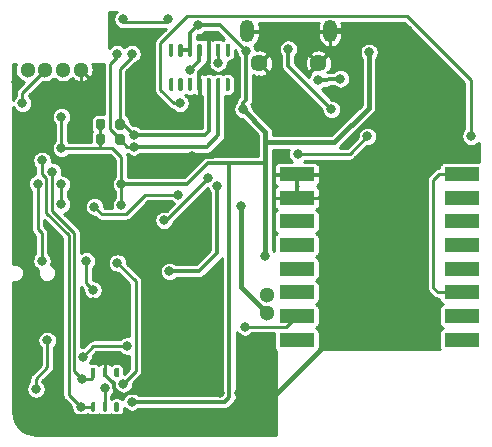
<source format=gbl>
G04 #@! TF.GenerationSoftware,KiCad,Pcbnew,(5.1.7)-1*
G04 #@! TF.CreationDate,2020-10-26T16:21:14+03:00*
G04 #@! TF.ProjectId,body_temp,626f6479-5f74-4656-9d70-2e6b69636164,rev?*
G04 #@! TF.SameCoordinates,Original*
G04 #@! TF.FileFunction,Copper,L2,Bot*
G04 #@! TF.FilePolarity,Positive*
%FSLAX46Y46*%
G04 Gerber Fmt 4.6, Leading zero omitted, Abs format (unit mm)*
G04 Created by KiCad (PCBNEW (5.1.7)-1) date 2020-10-26 16:21:14*
%MOMM*%
%LPD*%
G01*
G04 APERTURE LIST*
G04 #@! TA.AperFunction,ComponentPad*
%ADD10C,1.300000*%
G04 #@! TD*
G04 #@! TA.AperFunction,ComponentPad*
%ADD11C,1.450000*%
G04 #@! TD*
G04 #@! TA.AperFunction,ComponentPad*
%ADD12O,1.200000X1.900000*%
G04 #@! TD*
G04 #@! TA.AperFunction,ComponentPad*
%ADD13R,3.000000X1.200000*%
G04 #@! TD*
G04 #@! TA.AperFunction,ViaPad*
%ADD14C,0.800000*%
G04 #@! TD*
G04 #@! TA.AperFunction,Conductor*
%ADD15C,0.400000*%
G04 #@! TD*
G04 #@! TA.AperFunction,Conductor*
%ADD16C,0.350000*%
G04 #@! TD*
G04 #@! TA.AperFunction,Conductor*
%ADD17C,0.250000*%
G04 #@! TD*
G04 #@! TA.AperFunction,Conductor*
%ADD18C,0.254000*%
G04 #@! TD*
G04 #@! TA.AperFunction,Conductor*
%ADD19C,0.100000*%
G04 #@! TD*
G04 APERTURE END LIST*
G04 #@! TA.AperFunction,SMDPad,CuDef*
G36*
G01*
X24935000Y-48167000D02*
X25135000Y-48167000D01*
G75*
G02*
X25235000Y-48267000I0J-100000D01*
G01*
X25235000Y-48867000D01*
G75*
G02*
X25135000Y-48967000I-100000J0D01*
G01*
X24935000Y-48967000D01*
G75*
G02*
X24835000Y-48867000I0J100000D01*
G01*
X24835000Y-48267000D01*
G75*
G02*
X24935000Y-48167000I100000J0D01*
G01*
G37*
G04 #@! TD.AperFunction*
G04 #@! TA.AperFunction,SMDPad,CuDef*
G36*
G01*
X25935000Y-48167000D02*
X26135000Y-48167000D01*
G75*
G02*
X26235000Y-48267000I0J-100000D01*
G01*
X26235000Y-48867000D01*
G75*
G02*
X26135000Y-48967000I-100000J0D01*
G01*
X25935000Y-48967000D01*
G75*
G02*
X25835000Y-48867000I0J100000D01*
G01*
X25835000Y-48267000D01*
G75*
G02*
X25935000Y-48167000I100000J0D01*
G01*
G37*
G04 #@! TD.AperFunction*
G04 #@! TA.AperFunction,SMDPad,CuDef*
G36*
G01*
X26935000Y-48167000D02*
X27135000Y-48167000D01*
G75*
G02*
X27235000Y-48267000I0J-100000D01*
G01*
X27235000Y-48867000D01*
G75*
G02*
X27135000Y-48967000I-100000J0D01*
G01*
X26935000Y-48967000D01*
G75*
G02*
X26835000Y-48867000I0J100000D01*
G01*
X26835000Y-48267000D01*
G75*
G02*
X26935000Y-48167000I100000J0D01*
G01*
G37*
G04 #@! TD.AperFunction*
G04 #@! TA.AperFunction,SMDPad,CuDef*
G36*
G01*
X26935000Y-45267000D02*
X27135000Y-45267000D01*
G75*
G02*
X27235000Y-45367000I0J-100000D01*
G01*
X27235000Y-45967000D01*
G75*
G02*
X27135000Y-46067000I-100000J0D01*
G01*
X26935000Y-46067000D01*
G75*
G02*
X26835000Y-45967000I0J100000D01*
G01*
X26835000Y-45367000D01*
G75*
G02*
X26935000Y-45267000I100000J0D01*
G01*
G37*
G04 #@! TD.AperFunction*
G04 #@! TA.AperFunction,SMDPad,CuDef*
G36*
G01*
X25935000Y-45267000D02*
X26135000Y-45267000D01*
G75*
G02*
X26235000Y-45367000I0J-100000D01*
G01*
X26235000Y-45967000D01*
G75*
G02*
X26135000Y-46067000I-100000J0D01*
G01*
X25935000Y-46067000D01*
G75*
G02*
X25835000Y-45967000I0J100000D01*
G01*
X25835000Y-45367000D01*
G75*
G02*
X25935000Y-45267000I100000J0D01*
G01*
G37*
G04 #@! TD.AperFunction*
G04 #@! TA.AperFunction,SMDPad,CuDef*
G36*
G01*
X24935000Y-45267000D02*
X25135000Y-45267000D01*
G75*
G02*
X25235000Y-45367000I0J-100000D01*
G01*
X25235000Y-45967000D01*
G75*
G02*
X25135000Y-46067000I-100000J0D01*
G01*
X24935000Y-46067000D01*
G75*
G02*
X24835000Y-45967000I0J100000D01*
G01*
X24835000Y-45367000D01*
G75*
G02*
X24935000Y-45267000I100000J0D01*
G01*
G37*
G04 #@! TD.AperFunction*
D10*
X23987000Y-20002500D03*
X22487000Y-20002500D03*
X20987000Y-20002500D03*
X19487000Y-20002500D03*
D11*
X44100000Y-19464000D03*
X39100000Y-19464000D03*
D12*
X45100000Y-16764000D03*
X38100000Y-16764000D03*
D13*
X56276000Y-42870000D03*
X56276000Y-40870000D03*
X56276000Y-38870000D03*
X56276000Y-36870000D03*
X56276000Y-34870000D03*
X56276000Y-32870000D03*
X56276000Y-30870000D03*
X56276000Y-28870000D03*
X42276000Y-28870000D03*
X42276000Y-30870000D03*
X42276000Y-32870000D03*
X42276000Y-34870000D03*
X42276000Y-36870000D03*
X42276000Y-38870000D03*
X42276000Y-40870000D03*
X42276000Y-42870000D03*
D10*
X39751000Y-40616000D03*
X39751000Y-39116000D03*
G04 #@! TA.AperFunction,SMDPad,CuDef*
G36*
G01*
X36523500Y-18908000D02*
X36348500Y-18908000D01*
G75*
G02*
X36261000Y-18820500I0J87500D01*
G01*
X36261000Y-17895500D01*
G75*
G02*
X36348500Y-17808000I87500J0D01*
G01*
X36523500Y-17808000D01*
G75*
G02*
X36611000Y-17895500I0J-87500D01*
G01*
X36611000Y-18820500D01*
G75*
G02*
X36523500Y-18908000I-87500J0D01*
G01*
G37*
G04 #@! TD.AperFunction*
G04 #@! TA.AperFunction,SMDPad,CuDef*
G36*
G01*
X35723500Y-18908000D02*
X35548500Y-18908000D01*
G75*
G02*
X35461000Y-18820500I0J87500D01*
G01*
X35461000Y-17895500D01*
G75*
G02*
X35548500Y-17808000I87500J0D01*
G01*
X35723500Y-17808000D01*
G75*
G02*
X35811000Y-17895500I0J-87500D01*
G01*
X35811000Y-18820500D01*
G75*
G02*
X35723500Y-18908000I-87500J0D01*
G01*
G37*
G04 #@! TD.AperFunction*
G04 #@! TA.AperFunction,SMDPad,CuDef*
G36*
G01*
X34923500Y-18908000D02*
X34748500Y-18908000D01*
G75*
G02*
X34661000Y-18820500I0J87500D01*
G01*
X34661000Y-17895500D01*
G75*
G02*
X34748500Y-17808000I87500J0D01*
G01*
X34923500Y-17808000D01*
G75*
G02*
X35011000Y-17895500I0J-87500D01*
G01*
X35011000Y-18820500D01*
G75*
G02*
X34923500Y-18908000I-87500J0D01*
G01*
G37*
G04 #@! TD.AperFunction*
G04 #@! TA.AperFunction,SMDPad,CuDef*
G36*
G01*
X34123500Y-18908000D02*
X33948500Y-18908000D01*
G75*
G02*
X33861000Y-18820500I0J87500D01*
G01*
X33861000Y-17895500D01*
G75*
G02*
X33948500Y-17808000I87500J0D01*
G01*
X34123500Y-17808000D01*
G75*
G02*
X34211000Y-17895500I0J-87500D01*
G01*
X34211000Y-18820500D01*
G75*
G02*
X34123500Y-18908000I-87500J0D01*
G01*
G37*
G04 #@! TD.AperFunction*
G04 #@! TA.AperFunction,SMDPad,CuDef*
G36*
G01*
X33323500Y-18908000D02*
X33148500Y-18908000D01*
G75*
G02*
X33061000Y-18820500I0J87500D01*
G01*
X33061000Y-17895500D01*
G75*
G02*
X33148500Y-17808000I87500J0D01*
G01*
X33323500Y-17808000D01*
G75*
G02*
X33411000Y-17895500I0J-87500D01*
G01*
X33411000Y-18820500D01*
G75*
G02*
X33323500Y-18908000I-87500J0D01*
G01*
G37*
G04 #@! TD.AperFunction*
G04 #@! TA.AperFunction,SMDPad,CuDef*
G36*
G01*
X32523500Y-18908000D02*
X32348500Y-18908000D01*
G75*
G02*
X32261000Y-18820500I0J87500D01*
G01*
X32261000Y-17895500D01*
G75*
G02*
X32348500Y-17808000I87500J0D01*
G01*
X32523500Y-17808000D01*
G75*
G02*
X32611000Y-17895500I0J-87500D01*
G01*
X32611000Y-18820500D01*
G75*
G02*
X32523500Y-18908000I-87500J0D01*
G01*
G37*
G04 #@! TD.AperFunction*
G04 #@! TA.AperFunction,SMDPad,CuDef*
G36*
G01*
X31723500Y-18908000D02*
X31548500Y-18908000D01*
G75*
G02*
X31461000Y-18820500I0J87500D01*
G01*
X31461000Y-17895500D01*
G75*
G02*
X31548500Y-17808000I87500J0D01*
G01*
X31723500Y-17808000D01*
G75*
G02*
X31811000Y-17895500I0J-87500D01*
G01*
X31811000Y-18820500D01*
G75*
G02*
X31723500Y-18908000I-87500J0D01*
G01*
G37*
G04 #@! TD.AperFunction*
G04 #@! TA.AperFunction,SMDPad,CuDef*
G36*
G01*
X31723500Y-21816000D02*
X31548500Y-21816000D01*
G75*
G02*
X31461000Y-21728500I0J87500D01*
G01*
X31461000Y-20803500D01*
G75*
G02*
X31548500Y-20716000I87500J0D01*
G01*
X31723500Y-20716000D01*
G75*
G02*
X31811000Y-20803500I0J-87500D01*
G01*
X31811000Y-21728500D01*
G75*
G02*
X31723500Y-21816000I-87500J0D01*
G01*
G37*
G04 #@! TD.AperFunction*
G04 #@! TA.AperFunction,SMDPad,CuDef*
G36*
G01*
X32523500Y-21816000D02*
X32348500Y-21816000D01*
G75*
G02*
X32261000Y-21728500I0J87500D01*
G01*
X32261000Y-20803500D01*
G75*
G02*
X32348500Y-20716000I87500J0D01*
G01*
X32523500Y-20716000D01*
G75*
G02*
X32611000Y-20803500I0J-87500D01*
G01*
X32611000Y-21728500D01*
G75*
G02*
X32523500Y-21816000I-87500J0D01*
G01*
G37*
G04 #@! TD.AperFunction*
G04 #@! TA.AperFunction,SMDPad,CuDef*
G36*
G01*
X33323500Y-21816000D02*
X33148500Y-21816000D01*
G75*
G02*
X33061000Y-21728500I0J87500D01*
G01*
X33061000Y-20803500D01*
G75*
G02*
X33148500Y-20716000I87500J0D01*
G01*
X33323500Y-20716000D01*
G75*
G02*
X33411000Y-20803500I0J-87500D01*
G01*
X33411000Y-21728500D01*
G75*
G02*
X33323500Y-21816000I-87500J0D01*
G01*
G37*
G04 #@! TD.AperFunction*
G04 #@! TA.AperFunction,SMDPad,CuDef*
G36*
G01*
X34123500Y-21816000D02*
X33948500Y-21816000D01*
G75*
G02*
X33861000Y-21728500I0J87500D01*
G01*
X33861000Y-20803500D01*
G75*
G02*
X33948500Y-20716000I87500J0D01*
G01*
X34123500Y-20716000D01*
G75*
G02*
X34211000Y-20803500I0J-87500D01*
G01*
X34211000Y-21728500D01*
G75*
G02*
X34123500Y-21816000I-87500J0D01*
G01*
G37*
G04 #@! TD.AperFunction*
G04 #@! TA.AperFunction,SMDPad,CuDef*
G36*
G01*
X34923500Y-21816000D02*
X34748500Y-21816000D01*
G75*
G02*
X34661000Y-21728500I0J87500D01*
G01*
X34661000Y-20803500D01*
G75*
G02*
X34748500Y-20716000I87500J0D01*
G01*
X34923500Y-20716000D01*
G75*
G02*
X35011000Y-20803500I0J-87500D01*
G01*
X35011000Y-21728500D01*
G75*
G02*
X34923500Y-21816000I-87500J0D01*
G01*
G37*
G04 #@! TD.AperFunction*
G04 #@! TA.AperFunction,SMDPad,CuDef*
G36*
G01*
X35723500Y-21816000D02*
X35548500Y-21816000D01*
G75*
G02*
X35461000Y-21728500I0J87500D01*
G01*
X35461000Y-20803500D01*
G75*
G02*
X35548500Y-20716000I87500J0D01*
G01*
X35723500Y-20716000D01*
G75*
G02*
X35811000Y-20803500I0J-87500D01*
G01*
X35811000Y-21728500D01*
G75*
G02*
X35723500Y-21816000I-87500J0D01*
G01*
G37*
G04 #@! TD.AperFunction*
G04 #@! TA.AperFunction,SMDPad,CuDef*
G36*
G01*
X36523500Y-21816000D02*
X36348500Y-21816000D01*
G75*
G02*
X36261000Y-21728500I0J87500D01*
G01*
X36261000Y-20803500D01*
G75*
G02*
X36348500Y-20716000I87500J0D01*
G01*
X36523500Y-20716000D01*
G75*
G02*
X36611000Y-20803500I0J-87500D01*
G01*
X36611000Y-21728500D01*
G75*
G02*
X36523500Y-21816000I-87500J0D01*
G01*
G37*
G04 #@! TD.AperFunction*
G04 #@! TA.AperFunction,SMDPad,CuDef*
G36*
G01*
X26055000Y-25633000D02*
X26055000Y-26183000D01*
G75*
G02*
X25855000Y-26383000I-200000J0D01*
G01*
X25455000Y-26383000D01*
G75*
G02*
X25255000Y-26183000I0J200000D01*
G01*
X25255000Y-25633000D01*
G75*
G02*
X25455000Y-25433000I200000J0D01*
G01*
X25855000Y-25433000D01*
G75*
G02*
X26055000Y-25633000I0J-200000D01*
G01*
G37*
G04 #@! TD.AperFunction*
G04 #@! TA.AperFunction,SMDPad,CuDef*
G36*
G01*
X27705000Y-25633000D02*
X27705000Y-26183000D01*
G75*
G02*
X27505000Y-26383000I-200000J0D01*
G01*
X27105000Y-26383000D01*
G75*
G02*
X26905000Y-26183000I0J200000D01*
G01*
X26905000Y-25633000D01*
G75*
G02*
X27105000Y-25433000I200000J0D01*
G01*
X27505000Y-25433000D01*
G75*
G02*
X27705000Y-25633000I0J-200000D01*
G01*
G37*
G04 #@! TD.AperFunction*
G04 #@! TA.AperFunction,SMDPad,CuDef*
G36*
G01*
X26055000Y-24363000D02*
X26055000Y-24913000D01*
G75*
G02*
X25855000Y-25113000I-200000J0D01*
G01*
X25455000Y-25113000D01*
G75*
G02*
X25255000Y-24913000I0J200000D01*
G01*
X25255000Y-24363000D01*
G75*
G02*
X25455000Y-24163000I200000J0D01*
G01*
X25855000Y-24163000D01*
G75*
G02*
X26055000Y-24363000I0J-200000D01*
G01*
G37*
G04 #@! TD.AperFunction*
G04 #@! TA.AperFunction,SMDPad,CuDef*
G36*
G01*
X27705000Y-24363000D02*
X27705000Y-24913000D01*
G75*
G02*
X27505000Y-25113000I-200000J0D01*
G01*
X27105000Y-25113000D01*
G75*
G02*
X26905000Y-24913000I0J200000D01*
G01*
X26905000Y-24363000D01*
G75*
G02*
X27105000Y-24163000I200000J0D01*
G01*
X27505000Y-24163000D01*
G75*
G02*
X27705000Y-24363000I0J-200000D01*
G01*
G37*
G04 #@! TD.AperFunction*
D14*
X42418000Y-22733000D03*
X40767000Y-24257000D03*
X52578000Y-38862000D03*
X50165000Y-38862000D03*
X46355000Y-42672000D03*
X52578000Y-42291000D03*
X45720000Y-40005000D03*
X47625000Y-38100000D03*
X50165000Y-36195000D03*
X52578000Y-36195000D03*
X48260000Y-34290000D03*
X45720000Y-36195000D03*
X45720000Y-31750000D03*
X48895000Y-31750000D03*
X49657000Y-41783000D03*
X30162500Y-35814000D03*
X34544000Y-34036000D03*
X50800000Y-18656000D03*
X50800000Y-20206000D03*
X39100000Y-20899266D03*
X51689000Y-16637000D03*
X23241000Y-25654000D03*
X18859500Y-43624500D03*
X37401500Y-47371000D03*
X35801000Y-47358000D03*
X36580653Y-23998347D03*
X33401000Y-27318000D03*
X25019000Y-28448000D03*
X51562000Y-33020000D03*
X52324000Y-30607000D03*
X47371000Y-30226000D03*
X39370000Y-42926000D03*
X34417000Y-31623000D03*
X34925000Y-40894000D03*
X34925000Y-42672000D03*
X34925000Y-45212000D03*
X34925000Y-46482000D03*
X32893000Y-46482000D03*
X30734000Y-46482000D03*
X28194000Y-50038000D03*
X30099000Y-50038000D03*
X32004000Y-50038000D03*
X33909000Y-50038000D03*
X35941000Y-50038000D03*
X38100000Y-50038000D03*
X40132000Y-50038000D03*
X39116000Y-48387000D03*
X39116000Y-46101000D03*
X37846000Y-44450000D03*
X26416000Y-50292000D03*
X24384000Y-50292000D03*
X22479000Y-50292000D03*
X20447000Y-50292000D03*
X52258000Y-24323000D03*
X50165000Y-25527000D03*
X56769000Y-27178000D03*
X55753000Y-21082000D03*
X36195000Y-26670000D03*
X20574000Y-26162000D03*
X18669000Y-32639000D03*
X18542000Y-21082000D03*
X32893000Y-41148000D03*
X22161500Y-36703000D03*
X25006349Y-39684154D03*
X26099500Y-37847000D03*
X35179000Y-17272000D03*
X36766500Y-19558000D03*
X44050000Y-20930417D03*
X45974000Y-20789900D03*
X22352000Y-29718000D03*
X27432000Y-29718000D03*
X27432000Y-31496000D03*
X39624000Y-35814000D03*
X37719000Y-23368000D03*
X22352000Y-31407000D03*
X22352000Y-26670000D03*
X22352000Y-24003000D03*
X28321000Y-48133000D03*
X48387000Y-18542000D03*
X27559000Y-15748000D03*
X31369000Y-15748000D03*
X33909002Y-16255998D03*
X37973000Y-18415000D03*
X42368254Y-27164393D03*
X48260012Y-25654000D03*
X19050000Y-22860000D03*
X25146000Y-31623000D03*
X32258000Y-30607000D03*
X25019000Y-38671500D03*
X24447500Y-36195000D03*
X35560000Y-29882000D03*
X31496000Y-37084000D03*
X45216732Y-23372587D03*
X41557344Y-18277037D03*
X33274000Y-20066000D03*
X28468392Y-25527000D03*
X28321000Y-18669000D03*
X28478538Y-26543000D03*
X27054339Y-18665671D03*
X37514424Y-31579791D03*
X21590000Y-28638500D03*
X24130000Y-46228000D03*
X24003000Y-48567000D03*
X20701000Y-27686000D03*
X31038000Y-32766000D03*
X34798000Y-29210000D03*
X37883000Y-41783000D03*
X20357000Y-29654500D03*
X20701000Y-36195000D03*
X35611000Y-19431000D03*
X26035000Y-46990000D03*
X27596000Y-46609000D03*
X27092372Y-36384970D03*
X21139990Y-42926000D03*
X20193000Y-47053500D03*
X27913500Y-43407500D03*
X24163581Y-44307009D03*
X57023000Y-25654000D03*
X32385000Y-22860000D03*
D15*
X32766000Y-35814000D02*
X34544000Y-34036000D01*
X29972000Y-35814000D02*
X32766000Y-35814000D01*
X50800000Y-18656000D02*
X50800000Y-20206000D01*
D16*
X42348322Y-24147588D02*
X39100000Y-20899266D01*
D15*
X42373322Y-24172588D02*
X42348322Y-24147588D01*
X42373322Y-24172588D02*
X39100000Y-20899266D01*
D17*
X23987000Y-24908000D02*
X23241000Y-25654000D01*
X23987000Y-19891000D02*
X23987000Y-24908000D01*
D15*
X42584734Y-24384000D02*
X42373322Y-24172588D01*
X45720000Y-24384000D02*
X42584734Y-24384000D01*
X47561500Y-22542500D02*
X45720000Y-24384000D01*
X47561500Y-16637000D02*
X47561500Y-22542500D01*
X51689000Y-16637000D02*
X47561500Y-16637000D01*
X45227000Y-16637000D02*
X45100000Y-16764000D01*
X47561500Y-16637000D02*
X45227000Y-16637000D01*
D16*
X34836000Y-19443800D02*
X34836000Y-18358000D01*
X34036000Y-20243800D02*
X34836000Y-19443800D01*
X34036000Y-21266000D02*
X34036000Y-20243800D01*
D15*
X40595002Y-47371000D02*
X37401500Y-47371000D01*
X50800000Y-37166002D02*
X40595002Y-47371000D01*
X50800000Y-20206000D02*
X50800000Y-37166002D01*
D16*
X27401498Y-47561500D02*
X27745498Y-47561500D01*
X26810001Y-46970003D02*
X27401498Y-47561500D01*
X27948998Y-47358000D02*
X35801000Y-47358000D01*
X27745498Y-47561500D02*
X27948998Y-47358000D01*
X26810001Y-46617999D02*
X26810001Y-46970003D01*
X26035000Y-45842998D02*
X26810001Y-46617999D01*
X26035000Y-45667000D02*
X26035000Y-45842998D01*
D15*
X35090186Y-27318000D02*
X33401000Y-27318000D01*
X36580653Y-25827533D02*
X36195000Y-26670000D01*
X36580653Y-23998347D02*
X36580653Y-25827533D01*
X36195000Y-26670000D02*
X35090186Y-27318000D01*
D17*
X20415250Y-38576250D02*
X18859500Y-40132000D01*
X21875750Y-38576250D02*
X20415250Y-38576250D01*
X22161500Y-38290500D02*
X21875750Y-38576250D01*
X18859500Y-40132000D02*
X18859500Y-43624500D01*
X22161500Y-36703000D02*
X22161500Y-38290500D01*
D16*
X37401500Y-48196500D02*
X37401500Y-47371000D01*
X20894010Y-49342010D02*
X36255990Y-49342010D01*
X18859500Y-47307500D02*
X20894010Y-49342010D01*
X36255990Y-49342010D02*
X37401500Y-48196500D01*
X18859500Y-43624500D02*
X18859500Y-47307500D01*
D17*
X26099500Y-39156688D02*
X26099500Y-37847000D01*
X25572034Y-39684154D02*
X26099500Y-39156688D01*
X25006349Y-39684154D02*
X25572034Y-39684154D01*
D16*
X34836000Y-17615000D02*
X35179000Y-17272000D01*
X34836000Y-18358000D02*
X34836000Y-17615000D01*
X44050000Y-20930417D02*
X44855583Y-20930417D01*
X44855583Y-20930417D02*
X44983400Y-20802600D01*
X45961300Y-20802600D02*
X45974000Y-20789900D01*
X44983400Y-20802600D02*
X45961300Y-20802600D01*
D17*
X22352000Y-29718000D02*
X22352000Y-29718000D01*
X27432000Y-31496000D02*
X27432000Y-29718000D01*
X25655000Y-24638000D02*
X25655000Y-25908000D01*
D16*
X39624000Y-35814000D02*
X39624000Y-27940000D01*
X34798000Y-27940000D02*
X33020000Y-29718000D01*
X33020000Y-29718000D02*
X27432000Y-29718000D01*
D17*
X22352000Y-31407000D02*
X22352000Y-29718000D01*
X26670000Y-26670000D02*
X25781000Y-26670000D01*
X27432000Y-27432000D02*
X26670000Y-26670000D01*
X27432000Y-29718000D02*
X27432000Y-27432000D01*
X22917685Y-26670000D02*
X22352000Y-26670000D01*
X25655000Y-26669000D02*
X25654000Y-26670000D01*
X25654000Y-26670000D02*
X22917685Y-26670000D01*
X25655000Y-25908000D02*
X25655000Y-26669000D01*
X25781000Y-26670000D02*
X25654000Y-26670000D01*
X22352000Y-26670000D02*
X22352000Y-24003000D01*
D16*
X33236000Y-18358000D02*
X32436000Y-18358000D01*
X36576000Y-27940000D02*
X36576000Y-47752000D01*
X34798000Y-27940000D02*
X36576000Y-27940000D01*
X36576000Y-27940000D02*
X39624000Y-27940000D01*
X36195000Y-48133000D02*
X28321000Y-48133000D01*
X36576000Y-47752000D02*
X36195000Y-48133000D01*
X39624000Y-27940000D02*
X39624000Y-26162000D01*
D15*
X37719000Y-23368000D02*
X39624000Y-25273000D01*
D16*
X39624000Y-26162000D02*
X39624000Y-25273000D01*
D15*
X39624000Y-25273000D02*
X39624000Y-35814000D01*
X45466000Y-26162000D02*
X39624000Y-26162000D01*
X48387000Y-23241000D02*
X45466000Y-26162000D01*
X48387000Y-18542000D02*
X48387000Y-23241000D01*
D16*
X33236000Y-16929000D02*
X33236000Y-18358000D01*
X33909002Y-16255998D02*
X33236000Y-16929000D01*
X35813998Y-16255998D02*
X33909002Y-16255998D01*
X37973000Y-18415000D02*
X35813998Y-16255998D01*
X37973000Y-22548315D02*
X37973000Y-18415000D01*
X37719000Y-22802315D02*
X37973000Y-22548315D01*
X37719000Y-23368000D02*
X37719000Y-22802315D01*
D17*
X27559000Y-16002000D02*
X31369000Y-16002000D01*
X42368254Y-27164393D02*
X46749619Y-27164393D01*
X46749619Y-27164393D02*
X48260012Y-25654000D01*
X19050000Y-21971000D02*
X19050000Y-22860000D01*
X20987000Y-20034000D02*
X19050000Y-21971000D01*
X20987000Y-19891000D02*
X20987000Y-20034000D01*
X29464000Y-30607000D02*
X32258000Y-30607000D01*
X27813000Y-32258000D02*
X29464000Y-30607000D01*
X25781000Y-32258000D02*
X27813000Y-32258000D01*
X25146000Y-31623000D02*
X25781000Y-32258000D01*
X24447500Y-38100000D02*
X24447500Y-36195000D01*
X25019000Y-38671500D02*
X24447500Y-38100000D01*
D16*
X34036000Y-37084000D02*
X31496000Y-37084000D01*
X35560000Y-35560000D02*
X34036000Y-37084000D01*
X35560000Y-29882000D02*
X35560000Y-35560000D01*
D17*
X45212000Y-23367855D02*
X45216732Y-23372587D01*
D16*
X41557344Y-19713199D02*
X41557344Y-18277037D01*
X45216732Y-23372587D02*
X41557344Y-19713199D01*
X34036000Y-19304000D02*
X34036000Y-18358000D01*
X33274000Y-20066000D02*
X34036000Y-19304000D01*
D17*
X27579392Y-24638000D02*
X28468392Y-25527000D01*
X27305000Y-24638000D02*
X27579392Y-24638000D01*
D16*
X34836000Y-25235000D02*
X34836000Y-21266000D01*
X34544000Y-25527000D02*
X34836000Y-25235000D01*
X28468392Y-25527000D02*
X34544000Y-25527000D01*
D17*
X27305000Y-24638000D02*
X27305000Y-19939000D01*
X27305000Y-19939000D02*
X28321000Y-18923000D01*
X27306011Y-25906989D02*
X27305000Y-25908000D01*
X27305000Y-25908000D02*
X27940000Y-26543000D01*
X27940000Y-26543000D02*
X28478538Y-26543000D01*
D16*
X35636000Y-25578000D02*
X35636000Y-21266000D01*
X34671000Y-26543000D02*
X35636000Y-25578000D01*
X28478538Y-26543000D02*
X34671000Y-26543000D01*
D17*
X27305000Y-25908000D02*
X26467541Y-25070541D01*
X26467541Y-25070541D02*
X26467541Y-19506469D01*
X26467541Y-19506469D02*
X27054339Y-18919671D01*
D15*
X37514424Y-38379424D02*
X37514424Y-37034576D01*
X39751000Y-40616000D02*
X37514424Y-38379424D01*
X37514424Y-31579791D02*
X37514424Y-37034576D01*
D17*
X23437011Y-45535011D02*
X24130000Y-46228000D01*
X21590000Y-32004000D02*
X23437011Y-33851010D01*
X21590000Y-28638500D02*
X21590000Y-32004000D01*
X23437011Y-33851010D02*
X23437011Y-45535011D01*
X25035000Y-45667000D02*
X25035000Y-46021500D01*
X24828500Y-46228000D02*
X24130000Y-46228000D01*
X25035000Y-46021500D02*
X24828500Y-46228000D01*
X25035000Y-48567000D02*
X24003000Y-48567000D01*
X21082000Y-32132410D02*
X21082000Y-29210000D01*
X20701000Y-28829000D02*
X20701000Y-27686000D01*
X22987000Y-34037410D02*
X21082000Y-32132410D01*
X24003000Y-48567000D02*
X22987000Y-47551000D01*
X21082000Y-29210000D02*
X20701000Y-28829000D01*
X22987000Y-47551000D02*
X22987000Y-34037410D01*
X31242000Y-32766000D02*
X34798000Y-29210000D01*
X31038000Y-32766000D02*
X31242000Y-32766000D01*
X41363000Y-41783000D02*
X42276000Y-40870000D01*
X37883000Y-41783000D02*
X41363000Y-41783000D01*
X20357000Y-33501500D02*
X20357000Y-29654500D01*
X20701000Y-33845500D02*
X20357000Y-33501500D01*
X20701000Y-36195000D02*
X20701000Y-33845500D01*
X35636000Y-19406000D02*
X35611000Y-19431000D01*
X35636000Y-18358000D02*
X35636000Y-19406000D01*
X26035000Y-48567000D02*
X26035000Y-46990000D01*
X28638501Y-37931099D02*
X27092372Y-36384970D01*
X28638501Y-45566499D02*
X28638501Y-37931099D01*
X27596000Y-46609000D02*
X28638501Y-45566499D01*
X25063090Y-43407500D02*
X27913500Y-43407500D01*
X24163581Y-44307009D02*
X25063090Y-43407500D01*
X20193000Y-46164500D02*
X21139990Y-45217510D01*
X20193000Y-47053500D02*
X20193000Y-46164500D01*
X21139990Y-42926000D02*
X21139990Y-45217510D01*
X56276000Y-38870000D02*
X54237000Y-38870000D01*
X54237000Y-38870000D02*
X53848000Y-38481000D01*
X53848000Y-38481000D02*
X53848000Y-29337000D01*
X54315000Y-28870000D02*
X56276000Y-28870000D01*
X53848000Y-29337000D02*
X54315000Y-28870000D01*
X57023000Y-25654000D02*
X57023000Y-20897998D01*
X57023000Y-20897998D02*
X51613992Y-15488990D01*
X51613992Y-15488990D02*
X33025010Y-15488990D01*
X33025010Y-15488990D02*
X30734000Y-17780000D01*
X31877000Y-22860000D02*
X30734000Y-21717000D01*
X32385000Y-22860000D02*
X31877000Y-22860000D01*
X30734000Y-17780000D02*
X30734000Y-21717000D01*
D18*
X25908000Y-19554428D02*
X25915542Y-19553685D01*
X25915541Y-23739897D01*
X25855000Y-23733934D01*
X25455000Y-23733934D01*
X25332275Y-23746021D01*
X25214267Y-23781819D01*
X25105510Y-23839951D01*
X25010183Y-23918183D01*
X24931951Y-24013510D01*
X24873819Y-24122267D01*
X24838021Y-24240275D01*
X24825934Y-24363000D01*
X24825934Y-24913000D01*
X24838021Y-25035725D01*
X24873819Y-25153733D01*
X24931951Y-25262490D01*
X24940576Y-25273000D01*
X24931951Y-25283510D01*
X24873819Y-25392267D01*
X24838021Y-25510275D01*
X24825934Y-25633000D01*
X24825934Y-26118000D01*
X22969553Y-26118000D01*
X22904000Y-26052447D01*
X22904000Y-24620553D01*
X22994372Y-24530181D01*
X23084877Y-24394731D01*
X23147218Y-24244227D01*
X23179000Y-24084452D01*
X23179000Y-23921548D01*
X23147218Y-23761773D01*
X23084877Y-23611269D01*
X22994372Y-23475819D01*
X22879181Y-23360628D01*
X22743731Y-23270123D01*
X22593227Y-23207782D01*
X22433452Y-23176000D01*
X22270548Y-23176000D01*
X22110773Y-23207782D01*
X21960269Y-23270123D01*
X21824819Y-23360628D01*
X21709628Y-23475819D01*
X21619123Y-23611269D01*
X21556782Y-23761773D01*
X21525000Y-23921548D01*
X21525000Y-24084452D01*
X21556782Y-24244227D01*
X21619123Y-24394731D01*
X21709628Y-24530181D01*
X21800001Y-24620554D01*
X21800000Y-26052447D01*
X21709628Y-26142819D01*
X21619123Y-26278269D01*
X21556782Y-26428773D01*
X21525000Y-26588548D01*
X21525000Y-26751452D01*
X21556782Y-26911227D01*
X21619123Y-27061731D01*
X21709628Y-27197181D01*
X21824819Y-27312372D01*
X21960269Y-27402877D01*
X22110773Y-27465218D01*
X22270548Y-27497000D01*
X22433452Y-27497000D01*
X22593227Y-27465218D01*
X22743731Y-27402877D01*
X22879181Y-27312372D01*
X22969553Y-27222000D01*
X25626894Y-27222000D01*
X25654000Y-27224670D01*
X25681106Y-27222000D01*
X26441356Y-27222000D01*
X26880001Y-27660646D01*
X26880000Y-29100447D01*
X26789628Y-29190819D01*
X26699123Y-29326269D01*
X26636782Y-29476773D01*
X26605000Y-29636548D01*
X26605000Y-29799452D01*
X26636782Y-29959227D01*
X26699123Y-30109731D01*
X26789628Y-30245181D01*
X26880001Y-30335554D01*
X26880000Y-30878447D01*
X26789628Y-30968819D01*
X26699123Y-31104269D01*
X26636782Y-31254773D01*
X26605000Y-31414548D01*
X26605000Y-31577452D01*
X26630570Y-31706000D01*
X26009645Y-31706000D01*
X25973000Y-31669355D01*
X25973000Y-31541548D01*
X25941218Y-31381773D01*
X25878877Y-31231269D01*
X25788372Y-31095819D01*
X25673181Y-30980628D01*
X25537731Y-30890123D01*
X25387227Y-30827782D01*
X25227452Y-30796000D01*
X25064548Y-30796000D01*
X24904773Y-30827782D01*
X24754269Y-30890123D01*
X24618819Y-30980628D01*
X24503628Y-31095819D01*
X24413123Y-31231269D01*
X24350782Y-31381773D01*
X24319000Y-31541548D01*
X24319000Y-31704452D01*
X24350782Y-31864227D01*
X24413123Y-32014731D01*
X24503628Y-32150181D01*
X24618819Y-32265372D01*
X24754269Y-32355877D01*
X24904773Y-32418218D01*
X25064548Y-32450000D01*
X25192355Y-32450000D01*
X25371508Y-32629154D01*
X25388789Y-32650211D01*
X25409845Y-32667491D01*
X25409846Y-32667492D01*
X25472842Y-32719191D01*
X25568737Y-32770448D01*
X25672789Y-32802012D01*
X25781000Y-32812670D01*
X25808108Y-32810000D01*
X27785894Y-32810000D01*
X27813000Y-32812670D01*
X27840106Y-32810000D01*
X27840109Y-32810000D01*
X27921211Y-32802012D01*
X28025263Y-32770448D01*
X28121158Y-32719191D01*
X28205211Y-32650211D01*
X28222500Y-32629144D01*
X29692646Y-31159000D01*
X31640447Y-31159000D01*
X31730819Y-31249372D01*
X31866269Y-31339877D01*
X31881266Y-31346089D01*
X31260332Y-31967024D01*
X31119452Y-31939000D01*
X30956548Y-31939000D01*
X30796773Y-31970782D01*
X30646269Y-32033123D01*
X30510819Y-32123628D01*
X30395628Y-32238819D01*
X30305123Y-32374269D01*
X30242782Y-32524773D01*
X30211000Y-32684548D01*
X30211000Y-32847452D01*
X30242782Y-33007227D01*
X30305123Y-33157731D01*
X30395628Y-33293181D01*
X30510819Y-33408372D01*
X30646269Y-33498877D01*
X30796773Y-33561218D01*
X30956548Y-33593000D01*
X31119452Y-33593000D01*
X31279227Y-33561218D01*
X31429731Y-33498877D01*
X31565181Y-33408372D01*
X31680372Y-33293181D01*
X31770877Y-33157731D01*
X31833218Y-33007227D01*
X31846081Y-32942563D01*
X34748296Y-30040350D01*
X34764782Y-30123227D01*
X34827123Y-30273731D01*
X34917628Y-30409181D01*
X34958000Y-30449553D01*
X34958001Y-35310642D01*
X33786645Y-36482000D01*
X32063553Y-36482000D01*
X32023181Y-36441628D01*
X31887731Y-36351123D01*
X31737227Y-36288782D01*
X31577452Y-36257000D01*
X31414548Y-36257000D01*
X31254773Y-36288782D01*
X31104269Y-36351123D01*
X30968819Y-36441628D01*
X30853628Y-36556819D01*
X30763123Y-36692269D01*
X30700782Y-36842773D01*
X30669000Y-37002548D01*
X30669000Y-37165452D01*
X30700782Y-37325227D01*
X30763123Y-37475731D01*
X30853628Y-37611181D01*
X30968819Y-37726372D01*
X31104269Y-37816877D01*
X31254773Y-37879218D01*
X31414548Y-37911000D01*
X31577452Y-37911000D01*
X31737227Y-37879218D01*
X31887731Y-37816877D01*
X32023181Y-37726372D01*
X32063553Y-37686000D01*
X34006444Y-37686000D01*
X34036000Y-37688911D01*
X34065556Y-37686000D01*
X34065566Y-37686000D01*
X34154012Y-37677289D01*
X34267490Y-37642866D01*
X34372071Y-37586966D01*
X34463737Y-37511737D01*
X34482589Y-37488766D01*
X35964777Y-36006580D01*
X35974000Y-35999010D01*
X35974001Y-47502643D01*
X35945645Y-47531000D01*
X28888553Y-47531000D01*
X28848181Y-47490628D01*
X28712731Y-47400123D01*
X28562227Y-47337782D01*
X28402452Y-47306000D01*
X28239548Y-47306000D01*
X28079773Y-47337782D01*
X27929269Y-47400123D01*
X27793819Y-47490628D01*
X27678628Y-47605819D01*
X27588123Y-47741269D01*
X27525782Y-47891773D01*
X27522349Y-47909031D01*
X27509106Y-47892894D01*
X27428933Y-47827098D01*
X27337465Y-47778207D01*
X27238216Y-47748100D01*
X27135000Y-47737934D01*
X26935000Y-47737934D01*
X26831784Y-47748100D01*
X26732535Y-47778207D01*
X26641067Y-47827098D01*
X26587000Y-47871469D01*
X26587000Y-47607553D01*
X26677372Y-47517181D01*
X26767877Y-47381731D01*
X26830218Y-47231227D01*
X26862000Y-47071452D01*
X26862000Y-46998020D01*
X26863123Y-47000731D01*
X26953628Y-47136181D01*
X27068819Y-47251372D01*
X27204269Y-47341877D01*
X27354773Y-47404218D01*
X27514548Y-47436000D01*
X27677452Y-47436000D01*
X27837227Y-47404218D01*
X27987731Y-47341877D01*
X28123181Y-47251372D01*
X28238372Y-47136181D01*
X28328877Y-47000731D01*
X28391218Y-46850227D01*
X28423000Y-46690452D01*
X28423000Y-46562645D01*
X29009655Y-45975991D01*
X29030712Y-45958710D01*
X29099692Y-45874657D01*
X29150949Y-45778762D01*
X29182513Y-45674710D01*
X29190501Y-45593608D01*
X29190501Y-45593606D01*
X29193171Y-45566500D01*
X29190501Y-45539394D01*
X29190501Y-37958207D01*
X29193171Y-37931099D01*
X29182513Y-37822888D01*
X29150949Y-37718836D01*
X29099692Y-37622941D01*
X29047993Y-37559945D01*
X29047992Y-37559944D01*
X29030712Y-37538888D01*
X29009655Y-37521607D01*
X27919372Y-36431325D01*
X27919372Y-36303518D01*
X27887590Y-36143743D01*
X27825249Y-35993239D01*
X27734744Y-35857789D01*
X27619553Y-35742598D01*
X27484103Y-35652093D01*
X27333599Y-35589752D01*
X27173824Y-35557970D01*
X27010920Y-35557970D01*
X26851145Y-35589752D01*
X26700641Y-35652093D01*
X26565191Y-35742598D01*
X26450000Y-35857789D01*
X26359495Y-35993239D01*
X26297154Y-36143743D01*
X26265372Y-36303518D01*
X26265372Y-36466422D01*
X26297154Y-36626197D01*
X26359495Y-36776701D01*
X26450000Y-36912151D01*
X26565191Y-37027342D01*
X26700641Y-37117847D01*
X26851145Y-37180188D01*
X27010920Y-37211970D01*
X27138727Y-37211970D01*
X28086502Y-38159746D01*
X28086501Y-42598711D01*
X27994952Y-42580500D01*
X27832048Y-42580500D01*
X27672273Y-42612282D01*
X27521769Y-42674623D01*
X27386319Y-42765128D01*
X27295947Y-42855500D01*
X25090198Y-42855500D01*
X25063090Y-42852830D01*
X25035981Y-42855500D01*
X24954879Y-42863488D01*
X24850827Y-42895052D01*
X24754932Y-42946309D01*
X24670879Y-43015289D01*
X24653598Y-43036346D01*
X24209936Y-43480009D01*
X24082129Y-43480009D01*
X23989011Y-43498532D01*
X23989011Y-38411450D01*
X24055289Y-38492211D01*
X24076356Y-38509500D01*
X24192000Y-38625145D01*
X24192000Y-38752952D01*
X24223782Y-38912727D01*
X24286123Y-39063231D01*
X24376628Y-39198681D01*
X24491819Y-39313872D01*
X24627269Y-39404377D01*
X24777773Y-39466718D01*
X24937548Y-39498500D01*
X25100452Y-39498500D01*
X25260227Y-39466718D01*
X25410731Y-39404377D01*
X25546181Y-39313872D01*
X25661372Y-39198681D01*
X25751877Y-39063231D01*
X25814218Y-38912727D01*
X25846000Y-38752952D01*
X25846000Y-38590048D01*
X25814218Y-38430273D01*
X25751877Y-38279769D01*
X25661372Y-38144319D01*
X25546181Y-38029128D01*
X25410731Y-37938623D01*
X25260227Y-37876282D01*
X25100452Y-37844500D01*
X24999500Y-37844500D01*
X24999500Y-36812553D01*
X25089872Y-36722181D01*
X25180377Y-36586731D01*
X25242718Y-36436227D01*
X25274500Y-36276452D01*
X25274500Y-36113548D01*
X25242718Y-35953773D01*
X25180377Y-35803269D01*
X25089872Y-35667819D01*
X24974681Y-35552628D01*
X24839231Y-35462123D01*
X24688727Y-35399782D01*
X24528952Y-35368000D01*
X24366048Y-35368000D01*
X24206273Y-35399782D01*
X24055769Y-35462123D01*
X23989011Y-35506729D01*
X23989011Y-33878107D01*
X23991680Y-33851009D01*
X23989011Y-33823911D01*
X23989011Y-33823901D01*
X23981023Y-33742799D01*
X23949459Y-33638747D01*
X23908019Y-33561218D01*
X23898202Y-33542851D01*
X23846502Y-33479855D01*
X23829222Y-33458799D01*
X23808165Y-33441518D01*
X22572906Y-32206260D01*
X22593227Y-32202218D01*
X22743731Y-32139877D01*
X22879181Y-32049372D01*
X22994372Y-31934181D01*
X23084877Y-31798731D01*
X23147218Y-31648227D01*
X23179000Y-31488452D01*
X23179000Y-31325548D01*
X23147218Y-31165773D01*
X23084877Y-31015269D01*
X22994372Y-30879819D01*
X22904000Y-30789447D01*
X22904000Y-30335553D01*
X22994372Y-30245181D01*
X23084877Y-30109731D01*
X23147218Y-29959227D01*
X23179000Y-29799452D01*
X23179000Y-29636548D01*
X23147218Y-29476773D01*
X23084877Y-29326269D01*
X22994372Y-29190819D01*
X22879181Y-29075628D01*
X22743731Y-28985123D01*
X22593227Y-28922782D01*
X22433452Y-28891000D01*
X22380549Y-28891000D01*
X22385218Y-28879727D01*
X22417000Y-28719952D01*
X22417000Y-28557048D01*
X22385218Y-28397273D01*
X22322877Y-28246769D01*
X22232372Y-28111319D01*
X22117181Y-27996128D01*
X21981731Y-27905623D01*
X21831227Y-27843282D01*
X21671452Y-27811500D01*
X21519238Y-27811500D01*
X21528000Y-27767452D01*
X21528000Y-27604548D01*
X21496218Y-27444773D01*
X21433877Y-27294269D01*
X21343372Y-27158819D01*
X21228181Y-27043628D01*
X21092731Y-26953123D01*
X20942227Y-26890782D01*
X20782452Y-26859000D01*
X20619548Y-26859000D01*
X20459773Y-26890782D01*
X20309269Y-26953123D01*
X20173819Y-27043628D01*
X20058628Y-27158819D01*
X19968123Y-27294269D01*
X19905782Y-27444773D01*
X19874000Y-27604548D01*
X19874000Y-27767452D01*
X19905782Y-27927227D01*
X19968123Y-28077731D01*
X20058628Y-28213181D01*
X20149000Y-28303553D01*
X20149000Y-28801894D01*
X20146330Y-28829000D01*
X20148668Y-28852739D01*
X20115773Y-28859282D01*
X19965269Y-28921623D01*
X19829819Y-29012128D01*
X19714628Y-29127319D01*
X19624123Y-29262769D01*
X19561782Y-29413273D01*
X19530000Y-29573048D01*
X19530000Y-29735952D01*
X19561782Y-29895727D01*
X19624123Y-30046231D01*
X19714628Y-30181681D01*
X19805001Y-30272054D01*
X19805000Y-33474394D01*
X19802330Y-33501500D01*
X19805000Y-33528606D01*
X19805000Y-33528608D01*
X19812988Y-33609710D01*
X19844552Y-33713762D01*
X19895809Y-33809658D01*
X19964789Y-33893711D01*
X19985856Y-33911000D01*
X20149001Y-34074145D01*
X20149000Y-35577447D01*
X20058628Y-35667819D01*
X19968123Y-35803269D01*
X19905782Y-35953773D01*
X19874000Y-36113548D01*
X19874000Y-36276452D01*
X19905782Y-36436227D01*
X19968123Y-36586731D01*
X20058628Y-36722181D01*
X20173819Y-36837372D01*
X20309269Y-36927877D01*
X20379247Y-36956863D01*
X20367859Y-36984357D01*
X20338000Y-37134472D01*
X20338000Y-37287528D01*
X20367859Y-37437643D01*
X20426431Y-37579048D01*
X20511464Y-37706309D01*
X20619691Y-37814536D01*
X20746952Y-37899569D01*
X20888357Y-37958141D01*
X21038472Y-37988000D01*
X21191528Y-37988000D01*
X21341643Y-37958141D01*
X21483048Y-37899569D01*
X21610309Y-37814536D01*
X21718536Y-37706309D01*
X21803569Y-37579048D01*
X21862141Y-37437643D01*
X21892000Y-37287528D01*
X21892000Y-37134472D01*
X21862141Y-36984357D01*
X21803569Y-36842952D01*
X21718536Y-36715691D01*
X21610309Y-36607464D01*
X21483048Y-36522431D01*
X21463811Y-36514463D01*
X21496218Y-36436227D01*
X21528000Y-36276452D01*
X21528000Y-36113548D01*
X21496218Y-35953773D01*
X21433877Y-35803269D01*
X21343372Y-35667819D01*
X21253000Y-35577447D01*
X21253000Y-33872597D01*
X21255669Y-33845499D01*
X21253000Y-33818401D01*
X21253000Y-33818391D01*
X21245012Y-33737289D01*
X21213448Y-33633237D01*
X21162191Y-33537342D01*
X21093211Y-33453289D01*
X21072148Y-33436003D01*
X20909000Y-33272856D01*
X20909000Y-32740054D01*
X22435001Y-34266057D01*
X22435000Y-47523894D01*
X22432330Y-47551000D01*
X22435000Y-47578106D01*
X22435000Y-47578108D01*
X22442988Y-47659210D01*
X22474552Y-47763262D01*
X22525809Y-47859158D01*
X22594789Y-47943211D01*
X22615856Y-47960500D01*
X23176000Y-48520645D01*
X23176000Y-48648452D01*
X23207782Y-48808227D01*
X23270123Y-48958731D01*
X23360628Y-49094181D01*
X23475819Y-49209372D01*
X23611269Y-49299877D01*
X23761773Y-49362218D01*
X23921548Y-49394000D01*
X24084452Y-49394000D01*
X24244227Y-49362218D01*
X24394731Y-49299877D01*
X24530181Y-49209372D01*
X24532746Y-49206807D01*
X24560894Y-49241106D01*
X24641067Y-49306902D01*
X24732535Y-49355793D01*
X24831784Y-49385900D01*
X24935000Y-49396066D01*
X25135000Y-49396066D01*
X25238216Y-49385900D01*
X25337465Y-49355793D01*
X25428933Y-49306902D01*
X25509106Y-49241106D01*
X25535000Y-49209554D01*
X25560894Y-49241106D01*
X25641067Y-49306902D01*
X25732535Y-49355793D01*
X25831784Y-49385900D01*
X25935000Y-49396066D01*
X26135000Y-49396066D01*
X26238216Y-49385900D01*
X26337465Y-49355793D01*
X26428933Y-49306902D01*
X26509106Y-49241106D01*
X26535000Y-49209554D01*
X26560894Y-49241106D01*
X26641067Y-49306902D01*
X26732535Y-49355793D01*
X26831784Y-49385900D01*
X26935000Y-49396066D01*
X27135000Y-49396066D01*
X27238216Y-49385900D01*
X27337465Y-49355793D01*
X27428933Y-49306902D01*
X27509106Y-49241106D01*
X27574902Y-49160933D01*
X27623793Y-49069465D01*
X27653900Y-48970216D01*
X27664066Y-48867000D01*
X27664066Y-48638387D01*
X27678628Y-48660181D01*
X27793819Y-48775372D01*
X27929269Y-48865877D01*
X28079773Y-48928218D01*
X28239548Y-48960000D01*
X28402452Y-48960000D01*
X28562227Y-48928218D01*
X28712731Y-48865877D01*
X28848181Y-48775372D01*
X28888553Y-48735000D01*
X36165444Y-48735000D01*
X36195000Y-48737911D01*
X36224556Y-48735000D01*
X36224566Y-48735000D01*
X36313012Y-48726289D01*
X36426490Y-48691866D01*
X36531071Y-48635966D01*
X36622737Y-48560737D01*
X36641588Y-48537767D01*
X36980771Y-48198585D01*
X37003737Y-48179737D01*
X37078966Y-48088071D01*
X37134866Y-47983490D01*
X37169289Y-47870012D01*
X37178000Y-47781566D01*
X37178000Y-47781557D01*
X37180911Y-47752001D01*
X37178000Y-47722444D01*
X37178000Y-42216452D01*
X37240628Y-42310181D01*
X37355819Y-42425372D01*
X37491269Y-42515877D01*
X37641773Y-42578218D01*
X37801548Y-42610000D01*
X37964452Y-42610000D01*
X38124227Y-42578218D01*
X38274731Y-42515877D01*
X38410181Y-42425372D01*
X38500553Y-42335000D01*
X40346934Y-42335000D01*
X40346934Y-43470000D01*
X40355178Y-43553707D01*
X40379595Y-43634196D01*
X40419245Y-43708376D01*
X40472605Y-43773395D01*
X40513770Y-43807179D01*
X40513000Y-43815000D01*
X40513000Y-50933000D01*
X20217551Y-50933000D01*
X19822286Y-50894244D01*
X19465691Y-50786582D01*
X19136800Y-50611707D01*
X18848142Y-50376282D01*
X18610706Y-50089273D01*
X18433539Y-49761609D01*
X18323390Y-49405775D01*
X18282000Y-49011976D01*
X18282000Y-46972048D01*
X19366000Y-46972048D01*
X19366000Y-47134952D01*
X19397782Y-47294727D01*
X19460123Y-47445231D01*
X19550628Y-47580681D01*
X19665819Y-47695872D01*
X19801269Y-47786377D01*
X19951773Y-47848718D01*
X20111548Y-47880500D01*
X20274452Y-47880500D01*
X20434227Y-47848718D01*
X20584731Y-47786377D01*
X20720181Y-47695872D01*
X20835372Y-47580681D01*
X20925877Y-47445231D01*
X20988218Y-47294727D01*
X21020000Y-47134952D01*
X21020000Y-46972048D01*
X20988218Y-46812273D01*
X20925877Y-46661769D01*
X20835372Y-46526319D01*
X20745000Y-46435947D01*
X20745000Y-46393144D01*
X21511144Y-45627002D01*
X21532201Y-45609721D01*
X21601181Y-45525668D01*
X21652438Y-45429773D01*
X21684002Y-45325721D01*
X21691990Y-45244619D01*
X21691990Y-45244617D01*
X21694660Y-45217511D01*
X21691990Y-45190405D01*
X21691990Y-43543553D01*
X21782362Y-43453181D01*
X21872867Y-43317731D01*
X21935208Y-43167227D01*
X21966990Y-43007452D01*
X21966990Y-42844548D01*
X21935208Y-42684773D01*
X21872867Y-42534269D01*
X21782362Y-42398819D01*
X21667171Y-42283628D01*
X21531721Y-42193123D01*
X21381217Y-42130782D01*
X21221442Y-42099000D01*
X21058538Y-42099000D01*
X20898763Y-42130782D01*
X20748259Y-42193123D01*
X20612809Y-42283628D01*
X20497618Y-42398819D01*
X20407113Y-42534269D01*
X20344772Y-42684773D01*
X20312990Y-42844548D01*
X20312990Y-43007452D01*
X20344772Y-43167227D01*
X20407113Y-43317731D01*
X20497618Y-43453181D01*
X20587990Y-43543553D01*
X20587991Y-44988863D01*
X19821852Y-45755004D01*
X19800790Y-45772289D01*
X19770467Y-45809238D01*
X19731809Y-45856343D01*
X19680552Y-45952238D01*
X19648989Y-46056290D01*
X19638330Y-46164500D01*
X19641000Y-46191606D01*
X19641000Y-46435947D01*
X19550628Y-46526319D01*
X19460123Y-46661769D01*
X19397782Y-46812273D01*
X19366000Y-46972048D01*
X18282000Y-46972048D01*
X18282000Y-37976767D01*
X18338472Y-37988000D01*
X18491528Y-37988000D01*
X18641643Y-37958141D01*
X18783048Y-37899569D01*
X18910309Y-37814536D01*
X19018536Y-37706309D01*
X19103569Y-37579048D01*
X19162141Y-37437643D01*
X19192000Y-37287528D01*
X19192000Y-37134472D01*
X19162141Y-36984357D01*
X19103569Y-36842952D01*
X19018536Y-36715691D01*
X18910309Y-36607464D01*
X18783048Y-36522431D01*
X18641643Y-36463859D01*
X18491528Y-36434000D01*
X18338472Y-36434000D01*
X18282000Y-36445233D01*
X18282000Y-23166937D01*
X18317123Y-23251731D01*
X18407628Y-23387181D01*
X18522819Y-23502372D01*
X18658269Y-23592877D01*
X18808773Y-23655218D01*
X18968548Y-23687000D01*
X19131452Y-23687000D01*
X19291227Y-23655218D01*
X19441731Y-23592877D01*
X19577181Y-23502372D01*
X19692372Y-23387181D01*
X19782877Y-23251731D01*
X19845218Y-23101227D01*
X19877000Y-22941452D01*
X19877000Y-22778548D01*
X19845218Y-22618773D01*
X19782877Y-22468269D01*
X19692372Y-22332819D01*
X19602000Y-22242447D01*
X19602000Y-22199644D01*
X20748489Y-21053156D01*
X20880925Y-21079500D01*
X21093075Y-21079500D01*
X21301149Y-21038111D01*
X21497151Y-20956925D01*
X21673547Y-20839060D01*
X21737000Y-20775607D01*
X21800453Y-20839060D01*
X21976849Y-20956925D01*
X22172851Y-21038111D01*
X22380925Y-21079500D01*
X22593075Y-21079500D01*
X22801149Y-21038111D01*
X22997151Y-20956925D01*
X23173547Y-20839060D01*
X23228065Y-20784542D01*
X23235605Y-20792082D01*
X23312330Y-20715357D01*
X23368207Y-20900131D01*
X23555216Y-21003604D01*
X23758818Y-21068605D01*
X23971190Y-21092636D01*
X24184168Y-21074774D01*
X24389570Y-21015705D01*
X24579501Y-20917699D01*
X24605793Y-20900131D01*
X24661671Y-20715355D01*
X23987000Y-20040684D01*
X23972858Y-20054826D01*
X23934674Y-20016642D01*
X23948816Y-20002500D01*
X23934674Y-19988358D01*
X23972858Y-19950174D01*
X23987000Y-19964316D01*
X24001142Y-19950174D01*
X24039326Y-19988358D01*
X24025184Y-20002500D01*
X24699855Y-20677171D01*
X24884631Y-20621293D01*
X24988104Y-20434284D01*
X25053105Y-20230682D01*
X25077136Y-20018310D01*
X25059274Y-19805332D01*
X25000205Y-19599930D01*
X24975473Y-19552000D01*
X25883347Y-19552000D01*
X25908000Y-19554428D01*
G04 #@! TA.AperFunction,Conductor*
D19*
G36*
X25908000Y-19554428D02*
G01*
X25915542Y-19553685D01*
X25915541Y-23739897D01*
X25855000Y-23733934D01*
X25455000Y-23733934D01*
X25332275Y-23746021D01*
X25214267Y-23781819D01*
X25105510Y-23839951D01*
X25010183Y-23918183D01*
X24931951Y-24013510D01*
X24873819Y-24122267D01*
X24838021Y-24240275D01*
X24825934Y-24363000D01*
X24825934Y-24913000D01*
X24838021Y-25035725D01*
X24873819Y-25153733D01*
X24931951Y-25262490D01*
X24940576Y-25273000D01*
X24931951Y-25283510D01*
X24873819Y-25392267D01*
X24838021Y-25510275D01*
X24825934Y-25633000D01*
X24825934Y-26118000D01*
X22969553Y-26118000D01*
X22904000Y-26052447D01*
X22904000Y-24620553D01*
X22994372Y-24530181D01*
X23084877Y-24394731D01*
X23147218Y-24244227D01*
X23179000Y-24084452D01*
X23179000Y-23921548D01*
X23147218Y-23761773D01*
X23084877Y-23611269D01*
X22994372Y-23475819D01*
X22879181Y-23360628D01*
X22743731Y-23270123D01*
X22593227Y-23207782D01*
X22433452Y-23176000D01*
X22270548Y-23176000D01*
X22110773Y-23207782D01*
X21960269Y-23270123D01*
X21824819Y-23360628D01*
X21709628Y-23475819D01*
X21619123Y-23611269D01*
X21556782Y-23761773D01*
X21525000Y-23921548D01*
X21525000Y-24084452D01*
X21556782Y-24244227D01*
X21619123Y-24394731D01*
X21709628Y-24530181D01*
X21800001Y-24620554D01*
X21800000Y-26052447D01*
X21709628Y-26142819D01*
X21619123Y-26278269D01*
X21556782Y-26428773D01*
X21525000Y-26588548D01*
X21525000Y-26751452D01*
X21556782Y-26911227D01*
X21619123Y-27061731D01*
X21709628Y-27197181D01*
X21824819Y-27312372D01*
X21960269Y-27402877D01*
X22110773Y-27465218D01*
X22270548Y-27497000D01*
X22433452Y-27497000D01*
X22593227Y-27465218D01*
X22743731Y-27402877D01*
X22879181Y-27312372D01*
X22969553Y-27222000D01*
X25626894Y-27222000D01*
X25654000Y-27224670D01*
X25681106Y-27222000D01*
X26441356Y-27222000D01*
X26880001Y-27660646D01*
X26880000Y-29100447D01*
X26789628Y-29190819D01*
X26699123Y-29326269D01*
X26636782Y-29476773D01*
X26605000Y-29636548D01*
X26605000Y-29799452D01*
X26636782Y-29959227D01*
X26699123Y-30109731D01*
X26789628Y-30245181D01*
X26880001Y-30335554D01*
X26880000Y-30878447D01*
X26789628Y-30968819D01*
X26699123Y-31104269D01*
X26636782Y-31254773D01*
X26605000Y-31414548D01*
X26605000Y-31577452D01*
X26630570Y-31706000D01*
X26009645Y-31706000D01*
X25973000Y-31669355D01*
X25973000Y-31541548D01*
X25941218Y-31381773D01*
X25878877Y-31231269D01*
X25788372Y-31095819D01*
X25673181Y-30980628D01*
X25537731Y-30890123D01*
X25387227Y-30827782D01*
X25227452Y-30796000D01*
X25064548Y-30796000D01*
X24904773Y-30827782D01*
X24754269Y-30890123D01*
X24618819Y-30980628D01*
X24503628Y-31095819D01*
X24413123Y-31231269D01*
X24350782Y-31381773D01*
X24319000Y-31541548D01*
X24319000Y-31704452D01*
X24350782Y-31864227D01*
X24413123Y-32014731D01*
X24503628Y-32150181D01*
X24618819Y-32265372D01*
X24754269Y-32355877D01*
X24904773Y-32418218D01*
X25064548Y-32450000D01*
X25192355Y-32450000D01*
X25371508Y-32629154D01*
X25388789Y-32650211D01*
X25409845Y-32667491D01*
X25409846Y-32667492D01*
X25472842Y-32719191D01*
X25568737Y-32770448D01*
X25672789Y-32802012D01*
X25781000Y-32812670D01*
X25808108Y-32810000D01*
X27785894Y-32810000D01*
X27813000Y-32812670D01*
X27840106Y-32810000D01*
X27840109Y-32810000D01*
X27921211Y-32802012D01*
X28025263Y-32770448D01*
X28121158Y-32719191D01*
X28205211Y-32650211D01*
X28222500Y-32629144D01*
X29692646Y-31159000D01*
X31640447Y-31159000D01*
X31730819Y-31249372D01*
X31866269Y-31339877D01*
X31881266Y-31346089D01*
X31260332Y-31967024D01*
X31119452Y-31939000D01*
X30956548Y-31939000D01*
X30796773Y-31970782D01*
X30646269Y-32033123D01*
X30510819Y-32123628D01*
X30395628Y-32238819D01*
X30305123Y-32374269D01*
X30242782Y-32524773D01*
X30211000Y-32684548D01*
X30211000Y-32847452D01*
X30242782Y-33007227D01*
X30305123Y-33157731D01*
X30395628Y-33293181D01*
X30510819Y-33408372D01*
X30646269Y-33498877D01*
X30796773Y-33561218D01*
X30956548Y-33593000D01*
X31119452Y-33593000D01*
X31279227Y-33561218D01*
X31429731Y-33498877D01*
X31565181Y-33408372D01*
X31680372Y-33293181D01*
X31770877Y-33157731D01*
X31833218Y-33007227D01*
X31846081Y-32942563D01*
X34748296Y-30040350D01*
X34764782Y-30123227D01*
X34827123Y-30273731D01*
X34917628Y-30409181D01*
X34958000Y-30449553D01*
X34958001Y-35310642D01*
X33786645Y-36482000D01*
X32063553Y-36482000D01*
X32023181Y-36441628D01*
X31887731Y-36351123D01*
X31737227Y-36288782D01*
X31577452Y-36257000D01*
X31414548Y-36257000D01*
X31254773Y-36288782D01*
X31104269Y-36351123D01*
X30968819Y-36441628D01*
X30853628Y-36556819D01*
X30763123Y-36692269D01*
X30700782Y-36842773D01*
X30669000Y-37002548D01*
X30669000Y-37165452D01*
X30700782Y-37325227D01*
X30763123Y-37475731D01*
X30853628Y-37611181D01*
X30968819Y-37726372D01*
X31104269Y-37816877D01*
X31254773Y-37879218D01*
X31414548Y-37911000D01*
X31577452Y-37911000D01*
X31737227Y-37879218D01*
X31887731Y-37816877D01*
X32023181Y-37726372D01*
X32063553Y-37686000D01*
X34006444Y-37686000D01*
X34036000Y-37688911D01*
X34065556Y-37686000D01*
X34065566Y-37686000D01*
X34154012Y-37677289D01*
X34267490Y-37642866D01*
X34372071Y-37586966D01*
X34463737Y-37511737D01*
X34482589Y-37488766D01*
X35964777Y-36006580D01*
X35974000Y-35999010D01*
X35974001Y-47502643D01*
X35945645Y-47531000D01*
X28888553Y-47531000D01*
X28848181Y-47490628D01*
X28712731Y-47400123D01*
X28562227Y-47337782D01*
X28402452Y-47306000D01*
X28239548Y-47306000D01*
X28079773Y-47337782D01*
X27929269Y-47400123D01*
X27793819Y-47490628D01*
X27678628Y-47605819D01*
X27588123Y-47741269D01*
X27525782Y-47891773D01*
X27522349Y-47909031D01*
X27509106Y-47892894D01*
X27428933Y-47827098D01*
X27337465Y-47778207D01*
X27238216Y-47748100D01*
X27135000Y-47737934D01*
X26935000Y-47737934D01*
X26831784Y-47748100D01*
X26732535Y-47778207D01*
X26641067Y-47827098D01*
X26587000Y-47871469D01*
X26587000Y-47607553D01*
X26677372Y-47517181D01*
X26767877Y-47381731D01*
X26830218Y-47231227D01*
X26862000Y-47071452D01*
X26862000Y-46998020D01*
X26863123Y-47000731D01*
X26953628Y-47136181D01*
X27068819Y-47251372D01*
X27204269Y-47341877D01*
X27354773Y-47404218D01*
X27514548Y-47436000D01*
X27677452Y-47436000D01*
X27837227Y-47404218D01*
X27987731Y-47341877D01*
X28123181Y-47251372D01*
X28238372Y-47136181D01*
X28328877Y-47000731D01*
X28391218Y-46850227D01*
X28423000Y-46690452D01*
X28423000Y-46562645D01*
X29009655Y-45975991D01*
X29030712Y-45958710D01*
X29099692Y-45874657D01*
X29150949Y-45778762D01*
X29182513Y-45674710D01*
X29190501Y-45593608D01*
X29190501Y-45593606D01*
X29193171Y-45566500D01*
X29190501Y-45539394D01*
X29190501Y-37958207D01*
X29193171Y-37931099D01*
X29182513Y-37822888D01*
X29150949Y-37718836D01*
X29099692Y-37622941D01*
X29047993Y-37559945D01*
X29047992Y-37559944D01*
X29030712Y-37538888D01*
X29009655Y-37521607D01*
X27919372Y-36431325D01*
X27919372Y-36303518D01*
X27887590Y-36143743D01*
X27825249Y-35993239D01*
X27734744Y-35857789D01*
X27619553Y-35742598D01*
X27484103Y-35652093D01*
X27333599Y-35589752D01*
X27173824Y-35557970D01*
X27010920Y-35557970D01*
X26851145Y-35589752D01*
X26700641Y-35652093D01*
X26565191Y-35742598D01*
X26450000Y-35857789D01*
X26359495Y-35993239D01*
X26297154Y-36143743D01*
X26265372Y-36303518D01*
X26265372Y-36466422D01*
X26297154Y-36626197D01*
X26359495Y-36776701D01*
X26450000Y-36912151D01*
X26565191Y-37027342D01*
X26700641Y-37117847D01*
X26851145Y-37180188D01*
X27010920Y-37211970D01*
X27138727Y-37211970D01*
X28086502Y-38159746D01*
X28086501Y-42598711D01*
X27994952Y-42580500D01*
X27832048Y-42580500D01*
X27672273Y-42612282D01*
X27521769Y-42674623D01*
X27386319Y-42765128D01*
X27295947Y-42855500D01*
X25090198Y-42855500D01*
X25063090Y-42852830D01*
X25035981Y-42855500D01*
X24954879Y-42863488D01*
X24850827Y-42895052D01*
X24754932Y-42946309D01*
X24670879Y-43015289D01*
X24653598Y-43036346D01*
X24209936Y-43480009D01*
X24082129Y-43480009D01*
X23989011Y-43498532D01*
X23989011Y-38411450D01*
X24055289Y-38492211D01*
X24076356Y-38509500D01*
X24192000Y-38625145D01*
X24192000Y-38752952D01*
X24223782Y-38912727D01*
X24286123Y-39063231D01*
X24376628Y-39198681D01*
X24491819Y-39313872D01*
X24627269Y-39404377D01*
X24777773Y-39466718D01*
X24937548Y-39498500D01*
X25100452Y-39498500D01*
X25260227Y-39466718D01*
X25410731Y-39404377D01*
X25546181Y-39313872D01*
X25661372Y-39198681D01*
X25751877Y-39063231D01*
X25814218Y-38912727D01*
X25846000Y-38752952D01*
X25846000Y-38590048D01*
X25814218Y-38430273D01*
X25751877Y-38279769D01*
X25661372Y-38144319D01*
X25546181Y-38029128D01*
X25410731Y-37938623D01*
X25260227Y-37876282D01*
X25100452Y-37844500D01*
X24999500Y-37844500D01*
X24999500Y-36812553D01*
X25089872Y-36722181D01*
X25180377Y-36586731D01*
X25242718Y-36436227D01*
X25274500Y-36276452D01*
X25274500Y-36113548D01*
X25242718Y-35953773D01*
X25180377Y-35803269D01*
X25089872Y-35667819D01*
X24974681Y-35552628D01*
X24839231Y-35462123D01*
X24688727Y-35399782D01*
X24528952Y-35368000D01*
X24366048Y-35368000D01*
X24206273Y-35399782D01*
X24055769Y-35462123D01*
X23989011Y-35506729D01*
X23989011Y-33878107D01*
X23991680Y-33851009D01*
X23989011Y-33823911D01*
X23989011Y-33823901D01*
X23981023Y-33742799D01*
X23949459Y-33638747D01*
X23908019Y-33561218D01*
X23898202Y-33542851D01*
X23846502Y-33479855D01*
X23829222Y-33458799D01*
X23808165Y-33441518D01*
X22572906Y-32206260D01*
X22593227Y-32202218D01*
X22743731Y-32139877D01*
X22879181Y-32049372D01*
X22994372Y-31934181D01*
X23084877Y-31798731D01*
X23147218Y-31648227D01*
X23179000Y-31488452D01*
X23179000Y-31325548D01*
X23147218Y-31165773D01*
X23084877Y-31015269D01*
X22994372Y-30879819D01*
X22904000Y-30789447D01*
X22904000Y-30335553D01*
X22994372Y-30245181D01*
X23084877Y-30109731D01*
X23147218Y-29959227D01*
X23179000Y-29799452D01*
X23179000Y-29636548D01*
X23147218Y-29476773D01*
X23084877Y-29326269D01*
X22994372Y-29190819D01*
X22879181Y-29075628D01*
X22743731Y-28985123D01*
X22593227Y-28922782D01*
X22433452Y-28891000D01*
X22380549Y-28891000D01*
X22385218Y-28879727D01*
X22417000Y-28719952D01*
X22417000Y-28557048D01*
X22385218Y-28397273D01*
X22322877Y-28246769D01*
X22232372Y-28111319D01*
X22117181Y-27996128D01*
X21981731Y-27905623D01*
X21831227Y-27843282D01*
X21671452Y-27811500D01*
X21519238Y-27811500D01*
X21528000Y-27767452D01*
X21528000Y-27604548D01*
X21496218Y-27444773D01*
X21433877Y-27294269D01*
X21343372Y-27158819D01*
X21228181Y-27043628D01*
X21092731Y-26953123D01*
X20942227Y-26890782D01*
X20782452Y-26859000D01*
X20619548Y-26859000D01*
X20459773Y-26890782D01*
X20309269Y-26953123D01*
X20173819Y-27043628D01*
X20058628Y-27158819D01*
X19968123Y-27294269D01*
X19905782Y-27444773D01*
X19874000Y-27604548D01*
X19874000Y-27767452D01*
X19905782Y-27927227D01*
X19968123Y-28077731D01*
X20058628Y-28213181D01*
X20149000Y-28303553D01*
X20149000Y-28801894D01*
X20146330Y-28829000D01*
X20148668Y-28852739D01*
X20115773Y-28859282D01*
X19965269Y-28921623D01*
X19829819Y-29012128D01*
X19714628Y-29127319D01*
X19624123Y-29262769D01*
X19561782Y-29413273D01*
X19530000Y-29573048D01*
X19530000Y-29735952D01*
X19561782Y-29895727D01*
X19624123Y-30046231D01*
X19714628Y-30181681D01*
X19805001Y-30272054D01*
X19805000Y-33474394D01*
X19802330Y-33501500D01*
X19805000Y-33528606D01*
X19805000Y-33528608D01*
X19812988Y-33609710D01*
X19844552Y-33713762D01*
X19895809Y-33809658D01*
X19964789Y-33893711D01*
X19985856Y-33911000D01*
X20149001Y-34074145D01*
X20149000Y-35577447D01*
X20058628Y-35667819D01*
X19968123Y-35803269D01*
X19905782Y-35953773D01*
X19874000Y-36113548D01*
X19874000Y-36276452D01*
X19905782Y-36436227D01*
X19968123Y-36586731D01*
X20058628Y-36722181D01*
X20173819Y-36837372D01*
X20309269Y-36927877D01*
X20379247Y-36956863D01*
X20367859Y-36984357D01*
X20338000Y-37134472D01*
X20338000Y-37287528D01*
X20367859Y-37437643D01*
X20426431Y-37579048D01*
X20511464Y-37706309D01*
X20619691Y-37814536D01*
X20746952Y-37899569D01*
X20888357Y-37958141D01*
X21038472Y-37988000D01*
X21191528Y-37988000D01*
X21341643Y-37958141D01*
X21483048Y-37899569D01*
X21610309Y-37814536D01*
X21718536Y-37706309D01*
X21803569Y-37579048D01*
X21862141Y-37437643D01*
X21892000Y-37287528D01*
X21892000Y-37134472D01*
X21862141Y-36984357D01*
X21803569Y-36842952D01*
X21718536Y-36715691D01*
X21610309Y-36607464D01*
X21483048Y-36522431D01*
X21463811Y-36514463D01*
X21496218Y-36436227D01*
X21528000Y-36276452D01*
X21528000Y-36113548D01*
X21496218Y-35953773D01*
X21433877Y-35803269D01*
X21343372Y-35667819D01*
X21253000Y-35577447D01*
X21253000Y-33872597D01*
X21255669Y-33845499D01*
X21253000Y-33818401D01*
X21253000Y-33818391D01*
X21245012Y-33737289D01*
X21213448Y-33633237D01*
X21162191Y-33537342D01*
X21093211Y-33453289D01*
X21072148Y-33436003D01*
X20909000Y-33272856D01*
X20909000Y-32740054D01*
X22435001Y-34266057D01*
X22435000Y-47523894D01*
X22432330Y-47551000D01*
X22435000Y-47578106D01*
X22435000Y-47578108D01*
X22442988Y-47659210D01*
X22474552Y-47763262D01*
X22525809Y-47859158D01*
X22594789Y-47943211D01*
X22615856Y-47960500D01*
X23176000Y-48520645D01*
X23176000Y-48648452D01*
X23207782Y-48808227D01*
X23270123Y-48958731D01*
X23360628Y-49094181D01*
X23475819Y-49209372D01*
X23611269Y-49299877D01*
X23761773Y-49362218D01*
X23921548Y-49394000D01*
X24084452Y-49394000D01*
X24244227Y-49362218D01*
X24394731Y-49299877D01*
X24530181Y-49209372D01*
X24532746Y-49206807D01*
X24560894Y-49241106D01*
X24641067Y-49306902D01*
X24732535Y-49355793D01*
X24831784Y-49385900D01*
X24935000Y-49396066D01*
X25135000Y-49396066D01*
X25238216Y-49385900D01*
X25337465Y-49355793D01*
X25428933Y-49306902D01*
X25509106Y-49241106D01*
X25535000Y-49209554D01*
X25560894Y-49241106D01*
X25641067Y-49306902D01*
X25732535Y-49355793D01*
X25831784Y-49385900D01*
X25935000Y-49396066D01*
X26135000Y-49396066D01*
X26238216Y-49385900D01*
X26337465Y-49355793D01*
X26428933Y-49306902D01*
X26509106Y-49241106D01*
X26535000Y-49209554D01*
X26560894Y-49241106D01*
X26641067Y-49306902D01*
X26732535Y-49355793D01*
X26831784Y-49385900D01*
X26935000Y-49396066D01*
X27135000Y-49396066D01*
X27238216Y-49385900D01*
X27337465Y-49355793D01*
X27428933Y-49306902D01*
X27509106Y-49241106D01*
X27574902Y-49160933D01*
X27623793Y-49069465D01*
X27653900Y-48970216D01*
X27664066Y-48867000D01*
X27664066Y-48638387D01*
X27678628Y-48660181D01*
X27793819Y-48775372D01*
X27929269Y-48865877D01*
X28079773Y-48928218D01*
X28239548Y-48960000D01*
X28402452Y-48960000D01*
X28562227Y-48928218D01*
X28712731Y-48865877D01*
X28848181Y-48775372D01*
X28888553Y-48735000D01*
X36165444Y-48735000D01*
X36195000Y-48737911D01*
X36224556Y-48735000D01*
X36224566Y-48735000D01*
X36313012Y-48726289D01*
X36426490Y-48691866D01*
X36531071Y-48635966D01*
X36622737Y-48560737D01*
X36641588Y-48537767D01*
X36980771Y-48198585D01*
X37003737Y-48179737D01*
X37078966Y-48088071D01*
X37134866Y-47983490D01*
X37169289Y-47870012D01*
X37178000Y-47781566D01*
X37178000Y-47781557D01*
X37180911Y-47752001D01*
X37178000Y-47722444D01*
X37178000Y-42216452D01*
X37240628Y-42310181D01*
X37355819Y-42425372D01*
X37491269Y-42515877D01*
X37641773Y-42578218D01*
X37801548Y-42610000D01*
X37964452Y-42610000D01*
X38124227Y-42578218D01*
X38274731Y-42515877D01*
X38410181Y-42425372D01*
X38500553Y-42335000D01*
X40346934Y-42335000D01*
X40346934Y-43470000D01*
X40355178Y-43553707D01*
X40379595Y-43634196D01*
X40419245Y-43708376D01*
X40472605Y-43773395D01*
X40513770Y-43807179D01*
X40513000Y-43815000D01*
X40513000Y-50933000D01*
X20217551Y-50933000D01*
X19822286Y-50894244D01*
X19465691Y-50786582D01*
X19136800Y-50611707D01*
X18848142Y-50376282D01*
X18610706Y-50089273D01*
X18433539Y-49761609D01*
X18323390Y-49405775D01*
X18282000Y-49011976D01*
X18282000Y-46972048D01*
X19366000Y-46972048D01*
X19366000Y-47134952D01*
X19397782Y-47294727D01*
X19460123Y-47445231D01*
X19550628Y-47580681D01*
X19665819Y-47695872D01*
X19801269Y-47786377D01*
X19951773Y-47848718D01*
X20111548Y-47880500D01*
X20274452Y-47880500D01*
X20434227Y-47848718D01*
X20584731Y-47786377D01*
X20720181Y-47695872D01*
X20835372Y-47580681D01*
X20925877Y-47445231D01*
X20988218Y-47294727D01*
X21020000Y-47134952D01*
X21020000Y-46972048D01*
X20988218Y-46812273D01*
X20925877Y-46661769D01*
X20835372Y-46526319D01*
X20745000Y-46435947D01*
X20745000Y-46393144D01*
X21511144Y-45627002D01*
X21532201Y-45609721D01*
X21601181Y-45525668D01*
X21652438Y-45429773D01*
X21684002Y-45325721D01*
X21691990Y-45244619D01*
X21691990Y-45244617D01*
X21694660Y-45217511D01*
X21691990Y-45190405D01*
X21691990Y-43543553D01*
X21782362Y-43453181D01*
X21872867Y-43317731D01*
X21935208Y-43167227D01*
X21966990Y-43007452D01*
X21966990Y-42844548D01*
X21935208Y-42684773D01*
X21872867Y-42534269D01*
X21782362Y-42398819D01*
X21667171Y-42283628D01*
X21531721Y-42193123D01*
X21381217Y-42130782D01*
X21221442Y-42099000D01*
X21058538Y-42099000D01*
X20898763Y-42130782D01*
X20748259Y-42193123D01*
X20612809Y-42283628D01*
X20497618Y-42398819D01*
X20407113Y-42534269D01*
X20344772Y-42684773D01*
X20312990Y-42844548D01*
X20312990Y-43007452D01*
X20344772Y-43167227D01*
X20407113Y-43317731D01*
X20497618Y-43453181D01*
X20587990Y-43543553D01*
X20587991Y-44988863D01*
X19821852Y-45755004D01*
X19800790Y-45772289D01*
X19770467Y-45809238D01*
X19731809Y-45856343D01*
X19680552Y-45952238D01*
X19648989Y-46056290D01*
X19638330Y-46164500D01*
X19641000Y-46191606D01*
X19641000Y-46435947D01*
X19550628Y-46526319D01*
X19460123Y-46661769D01*
X19397782Y-46812273D01*
X19366000Y-46972048D01*
X18282000Y-46972048D01*
X18282000Y-37976767D01*
X18338472Y-37988000D01*
X18491528Y-37988000D01*
X18641643Y-37958141D01*
X18783048Y-37899569D01*
X18910309Y-37814536D01*
X19018536Y-37706309D01*
X19103569Y-37579048D01*
X19162141Y-37437643D01*
X19192000Y-37287528D01*
X19192000Y-37134472D01*
X19162141Y-36984357D01*
X19103569Y-36842952D01*
X19018536Y-36715691D01*
X18910309Y-36607464D01*
X18783048Y-36522431D01*
X18641643Y-36463859D01*
X18491528Y-36434000D01*
X18338472Y-36434000D01*
X18282000Y-36445233D01*
X18282000Y-23166937D01*
X18317123Y-23251731D01*
X18407628Y-23387181D01*
X18522819Y-23502372D01*
X18658269Y-23592877D01*
X18808773Y-23655218D01*
X18968548Y-23687000D01*
X19131452Y-23687000D01*
X19291227Y-23655218D01*
X19441731Y-23592877D01*
X19577181Y-23502372D01*
X19692372Y-23387181D01*
X19782877Y-23251731D01*
X19845218Y-23101227D01*
X19877000Y-22941452D01*
X19877000Y-22778548D01*
X19845218Y-22618773D01*
X19782877Y-22468269D01*
X19692372Y-22332819D01*
X19602000Y-22242447D01*
X19602000Y-22199644D01*
X20748489Y-21053156D01*
X20880925Y-21079500D01*
X21093075Y-21079500D01*
X21301149Y-21038111D01*
X21497151Y-20956925D01*
X21673547Y-20839060D01*
X21737000Y-20775607D01*
X21800453Y-20839060D01*
X21976849Y-20956925D01*
X22172851Y-21038111D01*
X22380925Y-21079500D01*
X22593075Y-21079500D01*
X22801149Y-21038111D01*
X22997151Y-20956925D01*
X23173547Y-20839060D01*
X23228065Y-20784542D01*
X23235605Y-20792082D01*
X23312330Y-20715357D01*
X23368207Y-20900131D01*
X23555216Y-21003604D01*
X23758818Y-21068605D01*
X23971190Y-21092636D01*
X24184168Y-21074774D01*
X24389570Y-21015705D01*
X24579501Y-20917699D01*
X24605793Y-20900131D01*
X24661671Y-20715355D01*
X23987000Y-20040684D01*
X23972858Y-20054826D01*
X23934674Y-20016642D01*
X23948816Y-20002500D01*
X23934674Y-19988358D01*
X23972858Y-19950174D01*
X23987000Y-19964316D01*
X24001142Y-19950174D01*
X24039326Y-19988358D01*
X24025184Y-20002500D01*
X24699855Y-20677171D01*
X24884631Y-20621293D01*
X24988104Y-20434284D01*
X25053105Y-20230682D01*
X25077136Y-20018310D01*
X25059274Y-19805332D01*
X25000205Y-19599930D01*
X24975473Y-19552000D01*
X25883347Y-19552000D01*
X25908000Y-19554428D01*
G37*
G04 #@! TD.AperFunction*
D18*
X26641067Y-46406902D02*
X26732535Y-46455793D01*
X26780386Y-46470308D01*
X26769000Y-46527548D01*
X26769000Y-46600980D01*
X26767877Y-46598269D01*
X26677372Y-46462819D01*
X26565064Y-46350511D01*
X26567998Y-46346936D01*
X26641067Y-46406902D01*
G04 #@! TA.AperFunction,Conductor*
D19*
G36*
X26641067Y-46406902D02*
G01*
X26732535Y-46455793D01*
X26780386Y-46470308D01*
X26769000Y-46527548D01*
X26769000Y-46600980D01*
X26767877Y-46598269D01*
X26677372Y-46462819D01*
X26565064Y-46350511D01*
X26567998Y-46346936D01*
X26641067Y-46406902D01*
G37*
G04 #@! TD.AperFunction*
D18*
X27386319Y-44049872D02*
X27521769Y-44140377D01*
X27672273Y-44202718D01*
X27832048Y-44234500D01*
X27994952Y-44234500D01*
X28086501Y-44216289D01*
X28086501Y-45337853D01*
X27664066Y-45760289D01*
X27664066Y-45367000D01*
X27653900Y-45263784D01*
X27623793Y-45164535D01*
X27574902Y-45073067D01*
X27509106Y-44992894D01*
X27428933Y-44927098D01*
X27337465Y-44878207D01*
X27238216Y-44848100D01*
X27135000Y-44837934D01*
X26935000Y-44837934D01*
X26831784Y-44848100D01*
X26732535Y-44878207D01*
X26641067Y-44927098D01*
X26567998Y-44987064D01*
X26544080Y-44957920D01*
X26477843Y-44903560D01*
X26402273Y-44863168D01*
X26320275Y-44838294D01*
X26235000Y-44829895D01*
X26170750Y-44832000D01*
X26062000Y-44940750D01*
X26062000Y-45640000D01*
X26082000Y-45640000D01*
X26082000Y-45694000D01*
X26062000Y-45694000D01*
X26062000Y-45714000D01*
X26008000Y-45714000D01*
X26008000Y-45694000D01*
X25988000Y-45694000D01*
X25988000Y-45640000D01*
X26008000Y-45640000D01*
X26008000Y-44940750D01*
X25899250Y-44832000D01*
X25835000Y-44829895D01*
X25749725Y-44838294D01*
X25667727Y-44863168D01*
X25592157Y-44903560D01*
X25525920Y-44957920D01*
X25502002Y-44987064D01*
X25428933Y-44927098D01*
X25337465Y-44878207D01*
X25238216Y-44848100D01*
X25135000Y-44837934D01*
X24935000Y-44837934D01*
X24831784Y-44848100D01*
X24774738Y-44865405D01*
X24805953Y-44834190D01*
X24896458Y-44698740D01*
X24958799Y-44548236D01*
X24990581Y-44388461D01*
X24990581Y-44260654D01*
X25291736Y-43959500D01*
X27295947Y-43959500D01*
X27386319Y-44049872D01*
G04 #@! TA.AperFunction,Conductor*
D19*
G36*
X27386319Y-44049872D02*
G01*
X27521769Y-44140377D01*
X27672273Y-44202718D01*
X27832048Y-44234500D01*
X27994952Y-44234500D01*
X28086501Y-44216289D01*
X28086501Y-45337853D01*
X27664066Y-45760289D01*
X27664066Y-45367000D01*
X27653900Y-45263784D01*
X27623793Y-45164535D01*
X27574902Y-45073067D01*
X27509106Y-44992894D01*
X27428933Y-44927098D01*
X27337465Y-44878207D01*
X27238216Y-44848100D01*
X27135000Y-44837934D01*
X26935000Y-44837934D01*
X26831784Y-44848100D01*
X26732535Y-44878207D01*
X26641067Y-44927098D01*
X26567998Y-44987064D01*
X26544080Y-44957920D01*
X26477843Y-44903560D01*
X26402273Y-44863168D01*
X26320275Y-44838294D01*
X26235000Y-44829895D01*
X26170750Y-44832000D01*
X26062000Y-44940750D01*
X26062000Y-45640000D01*
X26082000Y-45640000D01*
X26082000Y-45694000D01*
X26062000Y-45694000D01*
X26062000Y-45714000D01*
X26008000Y-45714000D01*
X26008000Y-45694000D01*
X25988000Y-45694000D01*
X25988000Y-45640000D01*
X26008000Y-45640000D01*
X26008000Y-44940750D01*
X25899250Y-44832000D01*
X25835000Y-44829895D01*
X25749725Y-44838294D01*
X25667727Y-44863168D01*
X25592157Y-44903560D01*
X25525920Y-44957920D01*
X25502002Y-44987064D01*
X25428933Y-44927098D01*
X25337465Y-44878207D01*
X25238216Y-44848100D01*
X25135000Y-44837934D01*
X24935000Y-44837934D01*
X24831784Y-44848100D01*
X24774738Y-44865405D01*
X24805953Y-44834190D01*
X24896458Y-44698740D01*
X24958799Y-44548236D01*
X24990581Y-44388461D01*
X24990581Y-44260654D01*
X25291736Y-43959500D01*
X27295947Y-43959500D01*
X27386319Y-44049872D01*
G37*
G04 #@! TD.AperFunction*
D18*
X44090155Y-16185600D02*
X44065000Y-16387000D01*
X44065000Y-16737000D01*
X45073000Y-16737000D01*
X45073000Y-16717000D01*
X45127000Y-16717000D01*
X45127000Y-16737000D01*
X46135000Y-16737000D01*
X46135000Y-16387000D01*
X46109845Y-16185600D01*
X46061825Y-16040990D01*
X51385348Y-16040990D01*
X56471001Y-21126645D01*
X56471000Y-25036447D01*
X56380628Y-25126819D01*
X56290123Y-25262269D01*
X56227782Y-25412773D01*
X56196000Y-25572548D01*
X56196000Y-25735452D01*
X56227782Y-25895227D01*
X56290123Y-26045731D01*
X56380628Y-26181181D01*
X56495819Y-26296372D01*
X56631269Y-26386877D01*
X56781773Y-26449218D01*
X56941548Y-26481000D01*
X57104452Y-26481000D01*
X57264227Y-26449218D01*
X57414731Y-26386877D01*
X57550181Y-26296372D01*
X57664000Y-26182553D01*
X57664000Y-27840934D01*
X54776000Y-27840934D01*
X54692293Y-27849178D01*
X54611804Y-27873595D01*
X54537624Y-27913245D01*
X54472605Y-27966605D01*
X54419245Y-28031624D01*
X54379595Y-28105804D01*
X54355178Y-28186293D01*
X54346934Y-28270000D01*
X54346934Y-28318000D01*
X54342108Y-28318000D01*
X54315000Y-28315330D01*
X54287891Y-28318000D01*
X54206789Y-28325988D01*
X54102737Y-28357552D01*
X54006842Y-28408809D01*
X53922789Y-28477789D01*
X53905508Y-28498846D01*
X53476851Y-28927505D01*
X53455790Y-28944789D01*
X53422689Y-28985123D01*
X53386809Y-29028843D01*
X53335552Y-29124738D01*
X53303989Y-29228790D01*
X53293330Y-29337000D01*
X53296001Y-29364116D01*
X53296000Y-38453894D01*
X53293330Y-38481000D01*
X53296000Y-38508106D01*
X53296000Y-38508108D01*
X53303988Y-38589210D01*
X53335552Y-38693262D01*
X53386809Y-38789158D01*
X53455789Y-38873211D01*
X53476856Y-38890500D01*
X53827508Y-39241154D01*
X53844789Y-39262211D01*
X53928842Y-39331191D01*
X54024737Y-39382448D01*
X54128789Y-39414012D01*
X54209891Y-39422000D01*
X54209893Y-39422000D01*
X54236999Y-39424670D01*
X54264105Y-39422000D01*
X54346934Y-39422000D01*
X54346934Y-39470000D01*
X54355178Y-39553707D01*
X54379595Y-39634196D01*
X54419245Y-39708376D01*
X54472605Y-39773395D01*
X54537624Y-39826755D01*
X54611804Y-39866405D01*
X54623655Y-39870000D01*
X54611804Y-39873595D01*
X54537624Y-39913245D01*
X54472605Y-39966605D01*
X54419245Y-40031624D01*
X54379595Y-40105804D01*
X54355178Y-40186293D01*
X54346934Y-40270000D01*
X54346934Y-41470000D01*
X54355178Y-41553707D01*
X54379595Y-41634196D01*
X54419245Y-41708376D01*
X54472605Y-41773395D01*
X54537624Y-41826755D01*
X54611804Y-41866405D01*
X54623655Y-41870000D01*
X54611804Y-41873595D01*
X54537624Y-41913245D01*
X54472605Y-41966605D01*
X54419245Y-42031624D01*
X54379595Y-42105804D01*
X54355178Y-42186293D01*
X54346934Y-42270000D01*
X54346934Y-43470000D01*
X54355178Y-43553707D01*
X54379595Y-43634196D01*
X54408354Y-43688000D01*
X44143646Y-43688000D01*
X44172405Y-43634196D01*
X44196822Y-43553707D01*
X44205066Y-43470000D01*
X44205066Y-42270000D01*
X44196822Y-42186293D01*
X44172405Y-42105804D01*
X44132755Y-42031624D01*
X44079395Y-41966605D01*
X44014376Y-41913245D01*
X43940196Y-41873595D01*
X43928345Y-41870000D01*
X43940196Y-41866405D01*
X44014376Y-41826755D01*
X44079395Y-41773395D01*
X44132755Y-41708376D01*
X44172405Y-41634196D01*
X44196822Y-41553707D01*
X44205066Y-41470000D01*
X44205066Y-40270000D01*
X44196822Y-40186293D01*
X44172405Y-40105804D01*
X44132755Y-40031624D01*
X44079395Y-39966605D01*
X44014376Y-39913245D01*
X43940196Y-39873595D01*
X43928345Y-39870000D01*
X43940196Y-39866405D01*
X44014376Y-39826755D01*
X44079395Y-39773395D01*
X44132755Y-39708376D01*
X44172405Y-39634196D01*
X44196822Y-39553707D01*
X44205066Y-39470000D01*
X44205066Y-38270000D01*
X44196822Y-38186293D01*
X44172405Y-38105804D01*
X44132755Y-38031624D01*
X44079395Y-37966605D01*
X44014376Y-37913245D01*
X43940196Y-37873595D01*
X43928345Y-37870000D01*
X43940196Y-37866405D01*
X44014376Y-37826755D01*
X44079395Y-37773395D01*
X44132755Y-37708376D01*
X44172405Y-37634196D01*
X44196822Y-37553707D01*
X44205066Y-37470000D01*
X44205066Y-36270000D01*
X44196822Y-36186293D01*
X44172405Y-36105804D01*
X44132755Y-36031624D01*
X44079395Y-35966605D01*
X44014376Y-35913245D01*
X43940196Y-35873595D01*
X43928345Y-35870000D01*
X43940196Y-35866405D01*
X44014376Y-35826755D01*
X44079395Y-35773395D01*
X44132755Y-35708376D01*
X44172405Y-35634196D01*
X44196822Y-35553707D01*
X44205066Y-35470000D01*
X44205066Y-34270000D01*
X44196822Y-34186293D01*
X44172405Y-34105804D01*
X44132755Y-34031624D01*
X44079395Y-33966605D01*
X44014376Y-33913245D01*
X43940196Y-33873595D01*
X43928345Y-33870000D01*
X43940196Y-33866405D01*
X44014376Y-33826755D01*
X44079395Y-33773395D01*
X44132755Y-33708376D01*
X44172405Y-33634196D01*
X44196822Y-33553707D01*
X44205066Y-33470000D01*
X44205066Y-32270000D01*
X44196822Y-32186293D01*
X44172405Y-32105804D01*
X44132755Y-32031624D01*
X44079395Y-31966605D01*
X44014376Y-31913245D01*
X43941593Y-31874342D01*
X43943273Y-31873832D01*
X44018843Y-31833440D01*
X44085080Y-31779080D01*
X44139440Y-31712843D01*
X44179832Y-31637273D01*
X44204706Y-31555275D01*
X44213105Y-31470000D01*
X44211000Y-31005750D01*
X44102250Y-30897000D01*
X42303000Y-30897000D01*
X42303000Y-30917000D01*
X42249000Y-30917000D01*
X42249000Y-30897000D01*
X40449750Y-30897000D01*
X40341000Y-31005750D01*
X40338895Y-31470000D01*
X40347294Y-31555275D01*
X40372168Y-31637273D01*
X40412560Y-31712843D01*
X40466920Y-31779080D01*
X40533157Y-31833440D01*
X40608727Y-31873832D01*
X40610407Y-31874342D01*
X40537624Y-31913245D01*
X40472605Y-31966605D01*
X40419245Y-32031624D01*
X40379595Y-32105804D01*
X40355178Y-32186293D01*
X40346934Y-32270000D01*
X40346934Y-33470000D01*
X40355178Y-33553707D01*
X40379595Y-33634196D01*
X40419245Y-33708376D01*
X40472605Y-33773395D01*
X40537624Y-33826755D01*
X40611804Y-33866405D01*
X40623655Y-33870000D01*
X40611804Y-33873595D01*
X40537624Y-33913245D01*
X40472605Y-33966605D01*
X40419245Y-34031624D01*
X40379595Y-34105804D01*
X40355178Y-34186293D01*
X40346934Y-34270000D01*
X40346934Y-35407388D01*
X40266372Y-35286819D01*
X40251000Y-35271447D01*
X40251000Y-29470000D01*
X40338895Y-29470000D01*
X40347294Y-29555275D01*
X40372168Y-29637273D01*
X40412560Y-29712843D01*
X40466920Y-29779080D01*
X40533157Y-29833440D01*
X40601558Y-29870000D01*
X40533157Y-29906560D01*
X40466920Y-29960920D01*
X40412560Y-30027157D01*
X40372168Y-30102727D01*
X40347294Y-30184725D01*
X40338895Y-30270000D01*
X40341000Y-30734250D01*
X40449750Y-30843000D01*
X42249000Y-30843000D01*
X42249000Y-29943750D01*
X42175250Y-29870000D01*
X42249000Y-29796250D01*
X42249000Y-28897000D01*
X42303000Y-28897000D01*
X42303000Y-29796250D01*
X42376750Y-29870000D01*
X42303000Y-29943750D01*
X42303000Y-30843000D01*
X44102250Y-30843000D01*
X44211000Y-30734250D01*
X44213105Y-30270000D01*
X44204706Y-30184725D01*
X44179832Y-30102727D01*
X44139440Y-30027157D01*
X44085080Y-29960920D01*
X44018843Y-29906560D01*
X43950442Y-29870000D01*
X44018843Y-29833440D01*
X44085080Y-29779080D01*
X44139440Y-29712843D01*
X44179832Y-29637273D01*
X44204706Y-29555275D01*
X44213105Y-29470000D01*
X44211000Y-29005750D01*
X44102250Y-28897000D01*
X42303000Y-28897000D01*
X42249000Y-28897000D01*
X40449750Y-28897000D01*
X40341000Y-29005750D01*
X40338895Y-29470000D01*
X40251000Y-29470000D01*
X40251000Y-26789000D01*
X41628610Y-26789000D01*
X41573036Y-26923166D01*
X41541254Y-27082941D01*
X41541254Y-27245845D01*
X41573036Y-27405620D01*
X41635377Y-27556124D01*
X41725882Y-27691574D01*
X41841073Y-27806765D01*
X41882735Y-27834603D01*
X40776000Y-27832895D01*
X40690725Y-27841294D01*
X40608727Y-27866168D01*
X40533157Y-27906560D01*
X40466920Y-27960920D01*
X40412560Y-28027157D01*
X40372168Y-28102727D01*
X40347294Y-28184725D01*
X40338895Y-28270000D01*
X40341000Y-28734250D01*
X40449750Y-28843000D01*
X42249000Y-28843000D01*
X42249000Y-28823000D01*
X42303000Y-28823000D01*
X42303000Y-28843000D01*
X44102250Y-28843000D01*
X44211000Y-28734250D01*
X44213105Y-28270000D01*
X44204706Y-28184725D01*
X44179832Y-28102727D01*
X44139440Y-28027157D01*
X44085080Y-27960920D01*
X44018843Y-27906560D01*
X43943273Y-27866168D01*
X43861275Y-27841294D01*
X43776000Y-27832895D01*
X42854200Y-27834317D01*
X42895435Y-27806765D01*
X42985807Y-27716393D01*
X46722513Y-27716393D01*
X46749619Y-27719063D01*
X46776725Y-27716393D01*
X46776728Y-27716393D01*
X46857830Y-27708405D01*
X46961882Y-27676841D01*
X47057777Y-27625584D01*
X47141830Y-27556604D01*
X47159119Y-27535537D01*
X48213657Y-26481000D01*
X48341464Y-26481000D01*
X48501239Y-26449218D01*
X48651743Y-26386877D01*
X48787193Y-26296372D01*
X48902384Y-26181181D01*
X48992889Y-26045731D01*
X49055230Y-25895227D01*
X49087012Y-25735452D01*
X49087012Y-25572548D01*
X49055230Y-25412773D01*
X48992889Y-25262269D01*
X48902384Y-25126819D01*
X48787193Y-25011628D01*
X48651743Y-24921123D01*
X48501239Y-24858782D01*
X48341464Y-24827000D01*
X48178560Y-24827000D01*
X48018785Y-24858782D01*
X47868281Y-24921123D01*
X47732831Y-25011628D01*
X47617640Y-25126819D01*
X47527135Y-25262269D01*
X47464794Y-25412773D01*
X47433012Y-25572548D01*
X47433012Y-25700355D01*
X46520975Y-26612393D01*
X45905540Y-26612393D01*
X45911501Y-26607501D01*
X45931138Y-26583573D01*
X48808578Y-23706134D01*
X48832501Y-23686501D01*
X48910853Y-23591028D01*
X48969075Y-23482103D01*
X49004927Y-23363913D01*
X49014000Y-23271794D01*
X49017033Y-23241000D01*
X49014000Y-23210206D01*
X49014000Y-19084553D01*
X49029372Y-19069181D01*
X49119877Y-18933731D01*
X49182218Y-18783227D01*
X49214000Y-18623452D01*
X49214000Y-18460548D01*
X49182218Y-18300773D01*
X49119877Y-18150269D01*
X49029372Y-18014819D01*
X48914181Y-17899628D01*
X48778731Y-17809123D01*
X48628227Y-17746782D01*
X48468452Y-17715000D01*
X48305548Y-17715000D01*
X48145773Y-17746782D01*
X47995269Y-17809123D01*
X47859819Y-17899628D01*
X47744628Y-18014819D01*
X47654123Y-18150269D01*
X47591782Y-18300773D01*
X47560000Y-18460548D01*
X47560000Y-18623452D01*
X47591782Y-18783227D01*
X47654123Y-18933731D01*
X47744628Y-19069181D01*
X47760000Y-19084553D01*
X47760001Y-22981287D01*
X45206289Y-25535000D01*
X40251000Y-25535000D01*
X40251000Y-25303794D01*
X40254033Y-25273000D01*
X40241927Y-25150087D01*
X40233476Y-25122229D01*
X40206075Y-25031897D01*
X40147853Y-24922972D01*
X40069501Y-24827499D01*
X40045579Y-24807867D01*
X38546000Y-23308289D01*
X38546000Y-23286548D01*
X38514218Y-23126773D01*
X38451877Y-22976269D01*
X38428846Y-22941801D01*
X38475966Y-22884386D01*
X38531866Y-22779805D01*
X38566289Y-22666327D01*
X38575000Y-22577881D01*
X38575000Y-22577872D01*
X38577911Y-22548316D01*
X38575000Y-22518759D01*
X38575000Y-20499319D01*
X38636656Y-20533563D01*
X38854220Y-20603406D01*
X39081230Y-20629461D01*
X39308961Y-20610729D01*
X39528661Y-20547928D01*
X39731888Y-20443474D01*
X39763102Y-20422618D01*
X39827979Y-20230163D01*
X39100000Y-19502184D01*
X39085858Y-19516326D01*
X39047674Y-19478142D01*
X39061816Y-19464000D01*
X39138184Y-19464000D01*
X39866163Y-20191979D01*
X40058618Y-20127102D01*
X40169563Y-19927344D01*
X40239406Y-19709780D01*
X40265461Y-19482770D01*
X40246729Y-19255039D01*
X40183928Y-19035339D01*
X40079474Y-18832112D01*
X40058618Y-18800898D01*
X39866163Y-18736021D01*
X39138184Y-19464000D01*
X39061816Y-19464000D01*
X39047674Y-19449858D01*
X39085858Y-19411674D01*
X39100000Y-19425816D01*
X39827979Y-18697837D01*
X39763102Y-18505382D01*
X39563344Y-18394437D01*
X39345780Y-18324594D01*
X39118770Y-18298539D01*
X38891039Y-18317271D01*
X38800000Y-18343294D01*
X38800000Y-18333548D01*
X38772557Y-18195585D01*
X40730344Y-18195585D01*
X40730344Y-18358489D01*
X40762126Y-18518264D01*
X40824467Y-18668768D01*
X40914972Y-18804218D01*
X40955345Y-18844591D01*
X40955344Y-19683642D01*
X40952433Y-19713199D01*
X40955344Y-19742755D01*
X40955344Y-19742764D01*
X40964055Y-19831210D01*
X40998478Y-19944688D01*
X41054378Y-20049269D01*
X41129607Y-20140936D01*
X41152578Y-20159788D01*
X44389732Y-23396944D01*
X44389732Y-23454039D01*
X44421514Y-23613814D01*
X44483855Y-23764318D01*
X44574360Y-23899768D01*
X44689551Y-24014959D01*
X44825001Y-24105464D01*
X44975505Y-24167805D01*
X45135280Y-24199587D01*
X45298184Y-24199587D01*
X45457959Y-24167805D01*
X45608463Y-24105464D01*
X45743913Y-24014959D01*
X45859104Y-23899768D01*
X45949609Y-23764318D01*
X46011950Y-23613814D01*
X46043732Y-23454039D01*
X46043732Y-23291135D01*
X46011950Y-23131360D01*
X45949609Y-22980856D01*
X45859104Y-22845406D01*
X45743913Y-22730215D01*
X45608463Y-22639710D01*
X45457959Y-22577369D01*
X45298184Y-22545587D01*
X45241089Y-22545587D01*
X44383087Y-21687585D01*
X44441731Y-21663294D01*
X44577181Y-21572789D01*
X44617553Y-21532417D01*
X44826027Y-21532417D01*
X44855583Y-21535328D01*
X44885139Y-21532417D01*
X44885149Y-21532417D01*
X44973595Y-21523706D01*
X45087073Y-21489283D01*
X45191654Y-21433383D01*
X45226726Y-21404600D01*
X45419147Y-21404600D01*
X45446819Y-21432272D01*
X45582269Y-21522777D01*
X45732773Y-21585118D01*
X45892548Y-21616900D01*
X46055452Y-21616900D01*
X46215227Y-21585118D01*
X46365731Y-21522777D01*
X46501181Y-21432272D01*
X46616372Y-21317081D01*
X46706877Y-21181631D01*
X46769218Y-21031127D01*
X46801000Y-20871352D01*
X46801000Y-20708448D01*
X46769218Y-20548673D01*
X46706877Y-20398169D01*
X46616372Y-20262719D01*
X46501181Y-20147528D01*
X46365731Y-20057023D01*
X46215227Y-19994682D01*
X46055452Y-19962900D01*
X45892548Y-19962900D01*
X45732773Y-19994682D01*
X45582269Y-20057023D01*
X45446819Y-20147528D01*
X45393747Y-20200600D01*
X45012959Y-20200600D01*
X44983400Y-20197689D01*
X44953841Y-20200600D01*
X44953834Y-20200600D01*
X44881874Y-20207688D01*
X44866164Y-20191978D01*
X45058618Y-20127102D01*
X45169563Y-19927344D01*
X45239406Y-19709780D01*
X45265461Y-19482770D01*
X45246729Y-19255039D01*
X45183928Y-19035339D01*
X45079474Y-18832112D01*
X45058618Y-18800898D01*
X44866163Y-18736021D01*
X44138184Y-19464000D01*
X44152326Y-19478142D01*
X44114142Y-19516326D01*
X44100000Y-19502184D01*
X43372021Y-20230163D01*
X43424632Y-20386232D01*
X43407628Y-20403236D01*
X43317123Y-20538686D01*
X43292831Y-20597331D01*
X42159344Y-19463844D01*
X42159344Y-19445230D01*
X42934539Y-19445230D01*
X42953271Y-19672961D01*
X43016072Y-19892661D01*
X43120526Y-20095888D01*
X43141382Y-20127102D01*
X43333837Y-20191979D01*
X44061816Y-19464000D01*
X43333837Y-18736021D01*
X43141382Y-18800898D01*
X43030437Y-19000656D01*
X42960594Y-19218220D01*
X42934539Y-19445230D01*
X42159344Y-19445230D01*
X42159344Y-18844590D01*
X42199716Y-18804218D01*
X42270797Y-18697837D01*
X43372021Y-18697837D01*
X44100000Y-19425816D01*
X44827979Y-18697837D01*
X44763102Y-18505382D01*
X44563344Y-18394437D01*
X44345780Y-18324594D01*
X44118770Y-18298539D01*
X43891039Y-18317271D01*
X43671339Y-18380072D01*
X43468112Y-18484526D01*
X43436898Y-18505382D01*
X43372021Y-18697837D01*
X42270797Y-18697837D01*
X42290221Y-18668768D01*
X42352562Y-18518264D01*
X42384344Y-18358489D01*
X42384344Y-18195585D01*
X42352562Y-18035810D01*
X42290221Y-17885306D01*
X42199716Y-17749856D01*
X42084525Y-17634665D01*
X41949075Y-17544160D01*
X41798571Y-17481819D01*
X41638796Y-17450037D01*
X41475892Y-17450037D01*
X41316117Y-17481819D01*
X41165613Y-17544160D01*
X41030163Y-17634665D01*
X40914972Y-17749856D01*
X40824467Y-17885306D01*
X40762126Y-18035810D01*
X40730344Y-18195585D01*
X38772557Y-18195585D01*
X38768218Y-18173773D01*
X38705877Y-18023269D01*
X38672828Y-17973808D01*
X38812763Y-17864947D01*
X38945570Y-17711465D01*
X39045882Y-17535022D01*
X39109845Y-17342400D01*
X39135000Y-17141000D01*
X39135000Y-16791000D01*
X44065000Y-16791000D01*
X44065000Y-17141000D01*
X44090155Y-17342400D01*
X44154118Y-17535022D01*
X44254430Y-17711465D01*
X44387237Y-17864947D01*
X44547435Y-17989571D01*
X44728868Y-18080547D01*
X44911478Y-18131686D01*
X45073000Y-18039856D01*
X45073000Y-16791000D01*
X45127000Y-16791000D01*
X45127000Y-18039856D01*
X45288522Y-18131686D01*
X45471132Y-18080547D01*
X45652565Y-17989571D01*
X45812763Y-17864947D01*
X45945570Y-17711465D01*
X46045882Y-17535022D01*
X46109845Y-17342400D01*
X46135000Y-17141000D01*
X46135000Y-16791000D01*
X45127000Y-16791000D01*
X45073000Y-16791000D01*
X44065000Y-16791000D01*
X39135000Y-16791000D01*
X38127000Y-16791000D01*
X38127000Y-16811000D01*
X38073000Y-16811000D01*
X38073000Y-16791000D01*
X38053000Y-16791000D01*
X38053000Y-16737000D01*
X38073000Y-16737000D01*
X38073000Y-16717000D01*
X38127000Y-16717000D01*
X38127000Y-16737000D01*
X39135000Y-16737000D01*
X39135000Y-16387000D01*
X39109845Y-16185600D01*
X39061825Y-16040990D01*
X44138175Y-16040990D01*
X44090155Y-16185600D01*
G04 #@! TA.AperFunction,Conductor*
D19*
G36*
X44090155Y-16185600D02*
G01*
X44065000Y-16387000D01*
X44065000Y-16737000D01*
X45073000Y-16737000D01*
X45073000Y-16717000D01*
X45127000Y-16717000D01*
X45127000Y-16737000D01*
X46135000Y-16737000D01*
X46135000Y-16387000D01*
X46109845Y-16185600D01*
X46061825Y-16040990D01*
X51385348Y-16040990D01*
X56471001Y-21126645D01*
X56471000Y-25036447D01*
X56380628Y-25126819D01*
X56290123Y-25262269D01*
X56227782Y-25412773D01*
X56196000Y-25572548D01*
X56196000Y-25735452D01*
X56227782Y-25895227D01*
X56290123Y-26045731D01*
X56380628Y-26181181D01*
X56495819Y-26296372D01*
X56631269Y-26386877D01*
X56781773Y-26449218D01*
X56941548Y-26481000D01*
X57104452Y-26481000D01*
X57264227Y-26449218D01*
X57414731Y-26386877D01*
X57550181Y-26296372D01*
X57664000Y-26182553D01*
X57664000Y-27840934D01*
X54776000Y-27840934D01*
X54692293Y-27849178D01*
X54611804Y-27873595D01*
X54537624Y-27913245D01*
X54472605Y-27966605D01*
X54419245Y-28031624D01*
X54379595Y-28105804D01*
X54355178Y-28186293D01*
X54346934Y-28270000D01*
X54346934Y-28318000D01*
X54342108Y-28318000D01*
X54315000Y-28315330D01*
X54287891Y-28318000D01*
X54206789Y-28325988D01*
X54102737Y-28357552D01*
X54006842Y-28408809D01*
X53922789Y-28477789D01*
X53905508Y-28498846D01*
X53476851Y-28927505D01*
X53455790Y-28944789D01*
X53422689Y-28985123D01*
X53386809Y-29028843D01*
X53335552Y-29124738D01*
X53303989Y-29228790D01*
X53293330Y-29337000D01*
X53296001Y-29364116D01*
X53296000Y-38453894D01*
X53293330Y-38481000D01*
X53296000Y-38508106D01*
X53296000Y-38508108D01*
X53303988Y-38589210D01*
X53335552Y-38693262D01*
X53386809Y-38789158D01*
X53455789Y-38873211D01*
X53476856Y-38890500D01*
X53827508Y-39241154D01*
X53844789Y-39262211D01*
X53928842Y-39331191D01*
X54024737Y-39382448D01*
X54128789Y-39414012D01*
X54209891Y-39422000D01*
X54209893Y-39422000D01*
X54236999Y-39424670D01*
X54264105Y-39422000D01*
X54346934Y-39422000D01*
X54346934Y-39470000D01*
X54355178Y-39553707D01*
X54379595Y-39634196D01*
X54419245Y-39708376D01*
X54472605Y-39773395D01*
X54537624Y-39826755D01*
X54611804Y-39866405D01*
X54623655Y-39870000D01*
X54611804Y-39873595D01*
X54537624Y-39913245D01*
X54472605Y-39966605D01*
X54419245Y-40031624D01*
X54379595Y-40105804D01*
X54355178Y-40186293D01*
X54346934Y-40270000D01*
X54346934Y-41470000D01*
X54355178Y-41553707D01*
X54379595Y-41634196D01*
X54419245Y-41708376D01*
X54472605Y-41773395D01*
X54537624Y-41826755D01*
X54611804Y-41866405D01*
X54623655Y-41870000D01*
X54611804Y-41873595D01*
X54537624Y-41913245D01*
X54472605Y-41966605D01*
X54419245Y-42031624D01*
X54379595Y-42105804D01*
X54355178Y-42186293D01*
X54346934Y-42270000D01*
X54346934Y-43470000D01*
X54355178Y-43553707D01*
X54379595Y-43634196D01*
X54408354Y-43688000D01*
X44143646Y-43688000D01*
X44172405Y-43634196D01*
X44196822Y-43553707D01*
X44205066Y-43470000D01*
X44205066Y-42270000D01*
X44196822Y-42186293D01*
X44172405Y-42105804D01*
X44132755Y-42031624D01*
X44079395Y-41966605D01*
X44014376Y-41913245D01*
X43940196Y-41873595D01*
X43928345Y-41870000D01*
X43940196Y-41866405D01*
X44014376Y-41826755D01*
X44079395Y-41773395D01*
X44132755Y-41708376D01*
X44172405Y-41634196D01*
X44196822Y-41553707D01*
X44205066Y-41470000D01*
X44205066Y-40270000D01*
X44196822Y-40186293D01*
X44172405Y-40105804D01*
X44132755Y-40031624D01*
X44079395Y-39966605D01*
X44014376Y-39913245D01*
X43940196Y-39873595D01*
X43928345Y-39870000D01*
X43940196Y-39866405D01*
X44014376Y-39826755D01*
X44079395Y-39773395D01*
X44132755Y-39708376D01*
X44172405Y-39634196D01*
X44196822Y-39553707D01*
X44205066Y-39470000D01*
X44205066Y-38270000D01*
X44196822Y-38186293D01*
X44172405Y-38105804D01*
X44132755Y-38031624D01*
X44079395Y-37966605D01*
X44014376Y-37913245D01*
X43940196Y-37873595D01*
X43928345Y-37870000D01*
X43940196Y-37866405D01*
X44014376Y-37826755D01*
X44079395Y-37773395D01*
X44132755Y-37708376D01*
X44172405Y-37634196D01*
X44196822Y-37553707D01*
X44205066Y-37470000D01*
X44205066Y-36270000D01*
X44196822Y-36186293D01*
X44172405Y-36105804D01*
X44132755Y-36031624D01*
X44079395Y-35966605D01*
X44014376Y-35913245D01*
X43940196Y-35873595D01*
X43928345Y-35870000D01*
X43940196Y-35866405D01*
X44014376Y-35826755D01*
X44079395Y-35773395D01*
X44132755Y-35708376D01*
X44172405Y-35634196D01*
X44196822Y-35553707D01*
X44205066Y-35470000D01*
X44205066Y-34270000D01*
X44196822Y-34186293D01*
X44172405Y-34105804D01*
X44132755Y-34031624D01*
X44079395Y-33966605D01*
X44014376Y-33913245D01*
X43940196Y-33873595D01*
X43928345Y-33870000D01*
X43940196Y-33866405D01*
X44014376Y-33826755D01*
X44079395Y-33773395D01*
X44132755Y-33708376D01*
X44172405Y-33634196D01*
X44196822Y-33553707D01*
X44205066Y-33470000D01*
X44205066Y-32270000D01*
X44196822Y-32186293D01*
X44172405Y-32105804D01*
X44132755Y-32031624D01*
X44079395Y-31966605D01*
X44014376Y-31913245D01*
X43941593Y-31874342D01*
X43943273Y-31873832D01*
X44018843Y-31833440D01*
X44085080Y-31779080D01*
X44139440Y-31712843D01*
X44179832Y-31637273D01*
X44204706Y-31555275D01*
X44213105Y-31470000D01*
X44211000Y-31005750D01*
X44102250Y-30897000D01*
X42303000Y-30897000D01*
X42303000Y-30917000D01*
X42249000Y-30917000D01*
X42249000Y-30897000D01*
X40449750Y-30897000D01*
X40341000Y-31005750D01*
X40338895Y-31470000D01*
X40347294Y-31555275D01*
X40372168Y-31637273D01*
X40412560Y-31712843D01*
X40466920Y-31779080D01*
X40533157Y-31833440D01*
X40608727Y-31873832D01*
X40610407Y-31874342D01*
X40537624Y-31913245D01*
X40472605Y-31966605D01*
X40419245Y-32031624D01*
X40379595Y-32105804D01*
X40355178Y-32186293D01*
X40346934Y-32270000D01*
X40346934Y-33470000D01*
X40355178Y-33553707D01*
X40379595Y-33634196D01*
X40419245Y-33708376D01*
X40472605Y-33773395D01*
X40537624Y-33826755D01*
X40611804Y-33866405D01*
X40623655Y-33870000D01*
X40611804Y-33873595D01*
X40537624Y-33913245D01*
X40472605Y-33966605D01*
X40419245Y-34031624D01*
X40379595Y-34105804D01*
X40355178Y-34186293D01*
X40346934Y-34270000D01*
X40346934Y-35407388D01*
X40266372Y-35286819D01*
X40251000Y-35271447D01*
X40251000Y-29470000D01*
X40338895Y-29470000D01*
X40347294Y-29555275D01*
X40372168Y-29637273D01*
X40412560Y-29712843D01*
X40466920Y-29779080D01*
X40533157Y-29833440D01*
X40601558Y-29870000D01*
X40533157Y-29906560D01*
X40466920Y-29960920D01*
X40412560Y-30027157D01*
X40372168Y-30102727D01*
X40347294Y-30184725D01*
X40338895Y-30270000D01*
X40341000Y-30734250D01*
X40449750Y-30843000D01*
X42249000Y-30843000D01*
X42249000Y-29943750D01*
X42175250Y-29870000D01*
X42249000Y-29796250D01*
X42249000Y-28897000D01*
X42303000Y-28897000D01*
X42303000Y-29796250D01*
X42376750Y-29870000D01*
X42303000Y-29943750D01*
X42303000Y-30843000D01*
X44102250Y-30843000D01*
X44211000Y-30734250D01*
X44213105Y-30270000D01*
X44204706Y-30184725D01*
X44179832Y-30102727D01*
X44139440Y-30027157D01*
X44085080Y-29960920D01*
X44018843Y-29906560D01*
X43950442Y-29870000D01*
X44018843Y-29833440D01*
X44085080Y-29779080D01*
X44139440Y-29712843D01*
X44179832Y-29637273D01*
X44204706Y-29555275D01*
X44213105Y-29470000D01*
X44211000Y-29005750D01*
X44102250Y-28897000D01*
X42303000Y-28897000D01*
X42249000Y-28897000D01*
X40449750Y-28897000D01*
X40341000Y-29005750D01*
X40338895Y-29470000D01*
X40251000Y-29470000D01*
X40251000Y-26789000D01*
X41628610Y-26789000D01*
X41573036Y-26923166D01*
X41541254Y-27082941D01*
X41541254Y-27245845D01*
X41573036Y-27405620D01*
X41635377Y-27556124D01*
X41725882Y-27691574D01*
X41841073Y-27806765D01*
X41882735Y-27834603D01*
X40776000Y-27832895D01*
X40690725Y-27841294D01*
X40608727Y-27866168D01*
X40533157Y-27906560D01*
X40466920Y-27960920D01*
X40412560Y-28027157D01*
X40372168Y-28102727D01*
X40347294Y-28184725D01*
X40338895Y-28270000D01*
X40341000Y-28734250D01*
X40449750Y-28843000D01*
X42249000Y-28843000D01*
X42249000Y-28823000D01*
X42303000Y-28823000D01*
X42303000Y-28843000D01*
X44102250Y-28843000D01*
X44211000Y-28734250D01*
X44213105Y-28270000D01*
X44204706Y-28184725D01*
X44179832Y-28102727D01*
X44139440Y-28027157D01*
X44085080Y-27960920D01*
X44018843Y-27906560D01*
X43943273Y-27866168D01*
X43861275Y-27841294D01*
X43776000Y-27832895D01*
X42854200Y-27834317D01*
X42895435Y-27806765D01*
X42985807Y-27716393D01*
X46722513Y-27716393D01*
X46749619Y-27719063D01*
X46776725Y-27716393D01*
X46776728Y-27716393D01*
X46857830Y-27708405D01*
X46961882Y-27676841D01*
X47057777Y-27625584D01*
X47141830Y-27556604D01*
X47159119Y-27535537D01*
X48213657Y-26481000D01*
X48341464Y-26481000D01*
X48501239Y-26449218D01*
X48651743Y-26386877D01*
X48787193Y-26296372D01*
X48902384Y-26181181D01*
X48992889Y-26045731D01*
X49055230Y-25895227D01*
X49087012Y-25735452D01*
X49087012Y-25572548D01*
X49055230Y-25412773D01*
X48992889Y-25262269D01*
X48902384Y-25126819D01*
X48787193Y-25011628D01*
X48651743Y-24921123D01*
X48501239Y-24858782D01*
X48341464Y-24827000D01*
X48178560Y-24827000D01*
X48018785Y-24858782D01*
X47868281Y-24921123D01*
X47732831Y-25011628D01*
X47617640Y-25126819D01*
X47527135Y-25262269D01*
X47464794Y-25412773D01*
X47433012Y-25572548D01*
X47433012Y-25700355D01*
X46520975Y-26612393D01*
X45905540Y-26612393D01*
X45911501Y-26607501D01*
X45931138Y-26583573D01*
X48808578Y-23706134D01*
X48832501Y-23686501D01*
X48910853Y-23591028D01*
X48969075Y-23482103D01*
X49004927Y-23363913D01*
X49014000Y-23271794D01*
X49017033Y-23241000D01*
X49014000Y-23210206D01*
X49014000Y-19084553D01*
X49029372Y-19069181D01*
X49119877Y-18933731D01*
X49182218Y-18783227D01*
X49214000Y-18623452D01*
X49214000Y-18460548D01*
X49182218Y-18300773D01*
X49119877Y-18150269D01*
X49029372Y-18014819D01*
X48914181Y-17899628D01*
X48778731Y-17809123D01*
X48628227Y-17746782D01*
X48468452Y-17715000D01*
X48305548Y-17715000D01*
X48145773Y-17746782D01*
X47995269Y-17809123D01*
X47859819Y-17899628D01*
X47744628Y-18014819D01*
X47654123Y-18150269D01*
X47591782Y-18300773D01*
X47560000Y-18460548D01*
X47560000Y-18623452D01*
X47591782Y-18783227D01*
X47654123Y-18933731D01*
X47744628Y-19069181D01*
X47760000Y-19084553D01*
X47760001Y-22981287D01*
X45206289Y-25535000D01*
X40251000Y-25535000D01*
X40251000Y-25303794D01*
X40254033Y-25273000D01*
X40241927Y-25150087D01*
X40233476Y-25122229D01*
X40206075Y-25031897D01*
X40147853Y-24922972D01*
X40069501Y-24827499D01*
X40045579Y-24807867D01*
X38546000Y-23308289D01*
X38546000Y-23286548D01*
X38514218Y-23126773D01*
X38451877Y-22976269D01*
X38428846Y-22941801D01*
X38475966Y-22884386D01*
X38531866Y-22779805D01*
X38566289Y-22666327D01*
X38575000Y-22577881D01*
X38575000Y-22577872D01*
X38577911Y-22548316D01*
X38575000Y-22518759D01*
X38575000Y-20499319D01*
X38636656Y-20533563D01*
X38854220Y-20603406D01*
X39081230Y-20629461D01*
X39308961Y-20610729D01*
X39528661Y-20547928D01*
X39731888Y-20443474D01*
X39763102Y-20422618D01*
X39827979Y-20230163D01*
X39100000Y-19502184D01*
X39085858Y-19516326D01*
X39047674Y-19478142D01*
X39061816Y-19464000D01*
X39138184Y-19464000D01*
X39866163Y-20191979D01*
X40058618Y-20127102D01*
X40169563Y-19927344D01*
X40239406Y-19709780D01*
X40265461Y-19482770D01*
X40246729Y-19255039D01*
X40183928Y-19035339D01*
X40079474Y-18832112D01*
X40058618Y-18800898D01*
X39866163Y-18736021D01*
X39138184Y-19464000D01*
X39061816Y-19464000D01*
X39047674Y-19449858D01*
X39085858Y-19411674D01*
X39100000Y-19425816D01*
X39827979Y-18697837D01*
X39763102Y-18505382D01*
X39563344Y-18394437D01*
X39345780Y-18324594D01*
X39118770Y-18298539D01*
X38891039Y-18317271D01*
X38800000Y-18343294D01*
X38800000Y-18333548D01*
X38772557Y-18195585D01*
X40730344Y-18195585D01*
X40730344Y-18358489D01*
X40762126Y-18518264D01*
X40824467Y-18668768D01*
X40914972Y-18804218D01*
X40955345Y-18844591D01*
X40955344Y-19683642D01*
X40952433Y-19713199D01*
X40955344Y-19742755D01*
X40955344Y-19742764D01*
X40964055Y-19831210D01*
X40998478Y-19944688D01*
X41054378Y-20049269D01*
X41129607Y-20140936D01*
X41152578Y-20159788D01*
X44389732Y-23396944D01*
X44389732Y-23454039D01*
X44421514Y-23613814D01*
X44483855Y-23764318D01*
X44574360Y-23899768D01*
X44689551Y-24014959D01*
X44825001Y-24105464D01*
X44975505Y-24167805D01*
X45135280Y-24199587D01*
X45298184Y-24199587D01*
X45457959Y-24167805D01*
X45608463Y-24105464D01*
X45743913Y-24014959D01*
X45859104Y-23899768D01*
X45949609Y-23764318D01*
X46011950Y-23613814D01*
X46043732Y-23454039D01*
X46043732Y-23291135D01*
X46011950Y-23131360D01*
X45949609Y-22980856D01*
X45859104Y-22845406D01*
X45743913Y-22730215D01*
X45608463Y-22639710D01*
X45457959Y-22577369D01*
X45298184Y-22545587D01*
X45241089Y-22545587D01*
X44383087Y-21687585D01*
X44441731Y-21663294D01*
X44577181Y-21572789D01*
X44617553Y-21532417D01*
X44826027Y-21532417D01*
X44855583Y-21535328D01*
X44885139Y-21532417D01*
X44885149Y-21532417D01*
X44973595Y-21523706D01*
X45087073Y-21489283D01*
X45191654Y-21433383D01*
X45226726Y-21404600D01*
X45419147Y-21404600D01*
X45446819Y-21432272D01*
X45582269Y-21522777D01*
X45732773Y-21585118D01*
X45892548Y-21616900D01*
X46055452Y-21616900D01*
X46215227Y-21585118D01*
X46365731Y-21522777D01*
X46501181Y-21432272D01*
X46616372Y-21317081D01*
X46706877Y-21181631D01*
X46769218Y-21031127D01*
X46801000Y-20871352D01*
X46801000Y-20708448D01*
X46769218Y-20548673D01*
X46706877Y-20398169D01*
X46616372Y-20262719D01*
X46501181Y-20147528D01*
X46365731Y-20057023D01*
X46215227Y-19994682D01*
X46055452Y-19962900D01*
X45892548Y-19962900D01*
X45732773Y-19994682D01*
X45582269Y-20057023D01*
X45446819Y-20147528D01*
X45393747Y-20200600D01*
X45012959Y-20200600D01*
X44983400Y-20197689D01*
X44953841Y-20200600D01*
X44953834Y-20200600D01*
X44881874Y-20207688D01*
X44866164Y-20191978D01*
X45058618Y-20127102D01*
X45169563Y-19927344D01*
X45239406Y-19709780D01*
X45265461Y-19482770D01*
X45246729Y-19255039D01*
X45183928Y-19035339D01*
X45079474Y-18832112D01*
X45058618Y-18800898D01*
X44866163Y-18736021D01*
X44138184Y-19464000D01*
X44152326Y-19478142D01*
X44114142Y-19516326D01*
X44100000Y-19502184D01*
X43372021Y-20230163D01*
X43424632Y-20386232D01*
X43407628Y-20403236D01*
X43317123Y-20538686D01*
X43292831Y-20597331D01*
X42159344Y-19463844D01*
X42159344Y-19445230D01*
X42934539Y-19445230D01*
X42953271Y-19672961D01*
X43016072Y-19892661D01*
X43120526Y-20095888D01*
X43141382Y-20127102D01*
X43333837Y-20191979D01*
X44061816Y-19464000D01*
X43333837Y-18736021D01*
X43141382Y-18800898D01*
X43030437Y-19000656D01*
X42960594Y-19218220D01*
X42934539Y-19445230D01*
X42159344Y-19445230D01*
X42159344Y-18844590D01*
X42199716Y-18804218D01*
X42270797Y-18697837D01*
X43372021Y-18697837D01*
X44100000Y-19425816D01*
X44827979Y-18697837D01*
X44763102Y-18505382D01*
X44563344Y-18394437D01*
X44345780Y-18324594D01*
X44118770Y-18298539D01*
X43891039Y-18317271D01*
X43671339Y-18380072D01*
X43468112Y-18484526D01*
X43436898Y-18505382D01*
X43372021Y-18697837D01*
X42270797Y-18697837D01*
X42290221Y-18668768D01*
X42352562Y-18518264D01*
X42384344Y-18358489D01*
X42384344Y-18195585D01*
X42352562Y-18035810D01*
X42290221Y-17885306D01*
X42199716Y-17749856D01*
X42084525Y-17634665D01*
X41949075Y-17544160D01*
X41798571Y-17481819D01*
X41638796Y-17450037D01*
X41475892Y-17450037D01*
X41316117Y-17481819D01*
X41165613Y-17544160D01*
X41030163Y-17634665D01*
X40914972Y-17749856D01*
X40824467Y-17885306D01*
X40762126Y-18035810D01*
X40730344Y-18195585D01*
X38772557Y-18195585D01*
X38768218Y-18173773D01*
X38705877Y-18023269D01*
X38672828Y-17973808D01*
X38812763Y-17864947D01*
X38945570Y-17711465D01*
X39045882Y-17535022D01*
X39109845Y-17342400D01*
X39135000Y-17141000D01*
X39135000Y-16791000D01*
X44065000Y-16791000D01*
X44065000Y-17141000D01*
X44090155Y-17342400D01*
X44154118Y-17535022D01*
X44254430Y-17711465D01*
X44387237Y-17864947D01*
X44547435Y-17989571D01*
X44728868Y-18080547D01*
X44911478Y-18131686D01*
X45073000Y-18039856D01*
X45073000Y-16791000D01*
X45127000Y-16791000D01*
X45127000Y-18039856D01*
X45288522Y-18131686D01*
X45471132Y-18080547D01*
X45652565Y-17989571D01*
X45812763Y-17864947D01*
X45945570Y-17711465D01*
X46045882Y-17535022D01*
X46109845Y-17342400D01*
X46135000Y-17141000D01*
X46135000Y-16791000D01*
X45127000Y-16791000D01*
X45073000Y-16791000D01*
X44065000Y-16791000D01*
X39135000Y-16791000D01*
X38127000Y-16791000D01*
X38127000Y-16811000D01*
X38073000Y-16811000D01*
X38073000Y-16791000D01*
X38053000Y-16791000D01*
X38053000Y-16737000D01*
X38073000Y-16737000D01*
X38073000Y-16717000D01*
X38127000Y-16717000D01*
X38127000Y-16737000D01*
X39135000Y-16737000D01*
X39135000Y-16387000D01*
X39109845Y-16185600D01*
X39061825Y-16040990D01*
X44138175Y-16040990D01*
X44090155Y-16185600D01*
G37*
G04 #@! TD.AperFunction*
D18*
X37146000Y-18439356D02*
X37146000Y-18496452D01*
X37177782Y-18656227D01*
X37240123Y-18806731D01*
X37330628Y-18942181D01*
X37371001Y-18982554D01*
X37371000Y-22298960D01*
X37314229Y-22355731D01*
X37291264Y-22374578D01*
X37216035Y-22466244D01*
X37160134Y-22570825D01*
X37125711Y-22684303D01*
X37117000Y-22772749D01*
X37117000Y-22772759D01*
X37114089Y-22802315D01*
X37114183Y-22803264D01*
X37076628Y-22840819D01*
X36986123Y-22976269D01*
X36923782Y-23126773D01*
X36892000Y-23286548D01*
X36892000Y-23449452D01*
X36923782Y-23609227D01*
X36986123Y-23759731D01*
X37076628Y-23895181D01*
X37191819Y-24010372D01*
X37327269Y-24100877D01*
X37477773Y-24163218D01*
X37637548Y-24195000D01*
X37659289Y-24195000D01*
X38997000Y-25532712D01*
X38997000Y-26131205D01*
X38993967Y-26162000D01*
X38997000Y-26192795D01*
X38997000Y-27338000D01*
X36605566Y-27338000D01*
X36576000Y-27335088D01*
X36546434Y-27338000D01*
X34827556Y-27338000D01*
X34798000Y-27335089D01*
X34768443Y-27338000D01*
X34768434Y-27338000D01*
X34679988Y-27346711D01*
X34566510Y-27381134D01*
X34461929Y-27437034D01*
X34370263Y-27512263D01*
X34351416Y-27535228D01*
X32770645Y-29116000D01*
X27999553Y-29116000D01*
X27984000Y-29100447D01*
X27984000Y-27459108D01*
X27986670Y-27432000D01*
X27976012Y-27323789D01*
X27944448Y-27219737D01*
X27897054Y-27131069D01*
X27951357Y-27185372D01*
X28086807Y-27275877D01*
X28237311Y-27338218D01*
X28397086Y-27370000D01*
X28559990Y-27370000D01*
X28719765Y-27338218D01*
X28870269Y-27275877D01*
X29005719Y-27185372D01*
X29046091Y-27145000D01*
X34641444Y-27145000D01*
X34671000Y-27147911D01*
X34700556Y-27145000D01*
X34700566Y-27145000D01*
X34789012Y-27136289D01*
X34902490Y-27101866D01*
X35007071Y-27045966D01*
X35098737Y-26970737D01*
X35117588Y-26947767D01*
X36040778Y-26024579D01*
X36063737Y-26005737D01*
X36082580Y-25982777D01*
X36082584Y-25982773D01*
X36134748Y-25919211D01*
X36138966Y-25914071D01*
X36194866Y-25809490D01*
X36229289Y-25696012D01*
X36238000Y-25607566D01*
X36238000Y-25607557D01*
X36240911Y-25578001D01*
X36238000Y-25548444D01*
X36238000Y-22232191D01*
X36247723Y-22235140D01*
X36348500Y-22245066D01*
X36523500Y-22245066D01*
X36624277Y-22235140D01*
X36721181Y-22205745D01*
X36810489Y-22158009D01*
X36888767Y-22093767D01*
X36953009Y-22015489D01*
X37000745Y-21926181D01*
X37030140Y-21829277D01*
X37040066Y-21728500D01*
X37040066Y-20803500D01*
X37030140Y-20702723D01*
X37000745Y-20605819D01*
X36953009Y-20516511D01*
X36888767Y-20438233D01*
X36810489Y-20373991D01*
X36721181Y-20326255D01*
X36624277Y-20296860D01*
X36523500Y-20286934D01*
X36348500Y-20286934D01*
X36247723Y-20296860D01*
X36150819Y-20326255D01*
X36061511Y-20373991D01*
X36036000Y-20394928D01*
X36010489Y-20373991D01*
X35921181Y-20326255D01*
X35824277Y-20296860D01*
X35723500Y-20286934D01*
X35548500Y-20286934D01*
X35447723Y-20296860D01*
X35350819Y-20326255D01*
X35261511Y-20373991D01*
X35236000Y-20394928D01*
X35210489Y-20373991D01*
X35121181Y-20326255D01*
X35024277Y-20296860D01*
X34923500Y-20286934D01*
X34748500Y-20286934D01*
X34647723Y-20296860D01*
X34550819Y-20326255D01*
X34472681Y-20368020D01*
X34453843Y-20352560D01*
X34378273Y-20312168D01*
X34296275Y-20287294D01*
X34211000Y-20278895D01*
X34171750Y-20281000D01*
X34063002Y-20389748D01*
X34063002Y-20322234D01*
X34069218Y-20307227D01*
X34101000Y-20147452D01*
X34101000Y-20090356D01*
X34440773Y-19750583D01*
X34463737Y-19731737D01*
X34538966Y-19640071D01*
X34594866Y-19535490D01*
X34629289Y-19422012D01*
X34637095Y-19342751D01*
X34661000Y-19345105D01*
X34700250Y-19343000D01*
X34806422Y-19236828D01*
X34784000Y-19349548D01*
X34784000Y-19512452D01*
X34815782Y-19672227D01*
X34878123Y-19822731D01*
X34968628Y-19958181D01*
X35083819Y-20073372D01*
X35219269Y-20163877D01*
X35369773Y-20226218D01*
X35529548Y-20258000D01*
X35692452Y-20258000D01*
X35852227Y-20226218D01*
X36002731Y-20163877D01*
X36138181Y-20073372D01*
X36253372Y-19958181D01*
X36343877Y-19822731D01*
X36406218Y-19672227D01*
X36438000Y-19512452D01*
X36438000Y-19349548D01*
X36435517Y-19337066D01*
X36523500Y-19337066D01*
X36624277Y-19327140D01*
X36721181Y-19297745D01*
X36810489Y-19250009D01*
X36888767Y-19185767D01*
X36953009Y-19107489D01*
X37000745Y-19018181D01*
X37030140Y-18921277D01*
X37040066Y-18820500D01*
X37040066Y-18333422D01*
X37146000Y-18439356D01*
G04 #@! TA.AperFunction,Conductor*
D19*
G36*
X37146000Y-18439356D02*
G01*
X37146000Y-18496452D01*
X37177782Y-18656227D01*
X37240123Y-18806731D01*
X37330628Y-18942181D01*
X37371001Y-18982554D01*
X37371000Y-22298960D01*
X37314229Y-22355731D01*
X37291264Y-22374578D01*
X37216035Y-22466244D01*
X37160134Y-22570825D01*
X37125711Y-22684303D01*
X37117000Y-22772749D01*
X37117000Y-22772759D01*
X37114089Y-22802315D01*
X37114183Y-22803264D01*
X37076628Y-22840819D01*
X36986123Y-22976269D01*
X36923782Y-23126773D01*
X36892000Y-23286548D01*
X36892000Y-23449452D01*
X36923782Y-23609227D01*
X36986123Y-23759731D01*
X37076628Y-23895181D01*
X37191819Y-24010372D01*
X37327269Y-24100877D01*
X37477773Y-24163218D01*
X37637548Y-24195000D01*
X37659289Y-24195000D01*
X38997000Y-25532712D01*
X38997000Y-26131205D01*
X38993967Y-26162000D01*
X38997000Y-26192795D01*
X38997000Y-27338000D01*
X36605566Y-27338000D01*
X36576000Y-27335088D01*
X36546434Y-27338000D01*
X34827556Y-27338000D01*
X34798000Y-27335089D01*
X34768443Y-27338000D01*
X34768434Y-27338000D01*
X34679988Y-27346711D01*
X34566510Y-27381134D01*
X34461929Y-27437034D01*
X34370263Y-27512263D01*
X34351416Y-27535228D01*
X32770645Y-29116000D01*
X27999553Y-29116000D01*
X27984000Y-29100447D01*
X27984000Y-27459108D01*
X27986670Y-27432000D01*
X27976012Y-27323789D01*
X27944448Y-27219737D01*
X27897054Y-27131069D01*
X27951357Y-27185372D01*
X28086807Y-27275877D01*
X28237311Y-27338218D01*
X28397086Y-27370000D01*
X28559990Y-27370000D01*
X28719765Y-27338218D01*
X28870269Y-27275877D01*
X29005719Y-27185372D01*
X29046091Y-27145000D01*
X34641444Y-27145000D01*
X34671000Y-27147911D01*
X34700556Y-27145000D01*
X34700566Y-27145000D01*
X34789012Y-27136289D01*
X34902490Y-27101866D01*
X35007071Y-27045966D01*
X35098737Y-26970737D01*
X35117588Y-26947767D01*
X36040778Y-26024579D01*
X36063737Y-26005737D01*
X36082580Y-25982777D01*
X36082584Y-25982773D01*
X36134748Y-25919211D01*
X36138966Y-25914071D01*
X36194866Y-25809490D01*
X36229289Y-25696012D01*
X36238000Y-25607566D01*
X36238000Y-25607557D01*
X36240911Y-25578001D01*
X36238000Y-25548444D01*
X36238000Y-22232191D01*
X36247723Y-22235140D01*
X36348500Y-22245066D01*
X36523500Y-22245066D01*
X36624277Y-22235140D01*
X36721181Y-22205745D01*
X36810489Y-22158009D01*
X36888767Y-22093767D01*
X36953009Y-22015489D01*
X37000745Y-21926181D01*
X37030140Y-21829277D01*
X37040066Y-21728500D01*
X37040066Y-20803500D01*
X37030140Y-20702723D01*
X37000745Y-20605819D01*
X36953009Y-20516511D01*
X36888767Y-20438233D01*
X36810489Y-20373991D01*
X36721181Y-20326255D01*
X36624277Y-20296860D01*
X36523500Y-20286934D01*
X36348500Y-20286934D01*
X36247723Y-20296860D01*
X36150819Y-20326255D01*
X36061511Y-20373991D01*
X36036000Y-20394928D01*
X36010489Y-20373991D01*
X35921181Y-20326255D01*
X35824277Y-20296860D01*
X35723500Y-20286934D01*
X35548500Y-20286934D01*
X35447723Y-20296860D01*
X35350819Y-20326255D01*
X35261511Y-20373991D01*
X35236000Y-20394928D01*
X35210489Y-20373991D01*
X35121181Y-20326255D01*
X35024277Y-20296860D01*
X34923500Y-20286934D01*
X34748500Y-20286934D01*
X34647723Y-20296860D01*
X34550819Y-20326255D01*
X34472681Y-20368020D01*
X34453843Y-20352560D01*
X34378273Y-20312168D01*
X34296275Y-20287294D01*
X34211000Y-20278895D01*
X34171750Y-20281000D01*
X34063002Y-20389748D01*
X34063002Y-20322234D01*
X34069218Y-20307227D01*
X34101000Y-20147452D01*
X34101000Y-20090356D01*
X34440773Y-19750583D01*
X34463737Y-19731737D01*
X34538966Y-19640071D01*
X34594866Y-19535490D01*
X34629289Y-19422012D01*
X34637095Y-19342751D01*
X34661000Y-19345105D01*
X34700250Y-19343000D01*
X34806422Y-19236828D01*
X34784000Y-19349548D01*
X34784000Y-19512452D01*
X34815782Y-19672227D01*
X34878123Y-19822731D01*
X34968628Y-19958181D01*
X35083819Y-20073372D01*
X35219269Y-20163877D01*
X35369773Y-20226218D01*
X35529548Y-20258000D01*
X35692452Y-20258000D01*
X35852227Y-20226218D01*
X36002731Y-20163877D01*
X36138181Y-20073372D01*
X36253372Y-19958181D01*
X36343877Y-19822731D01*
X36406218Y-19672227D01*
X36438000Y-19512452D01*
X36438000Y-19349548D01*
X36435517Y-19337066D01*
X36523500Y-19337066D01*
X36624277Y-19327140D01*
X36721181Y-19297745D01*
X36810489Y-19250009D01*
X36888767Y-19185767D01*
X36953009Y-19107489D01*
X37000745Y-19018181D01*
X37030140Y-18921277D01*
X37040066Y-18820500D01*
X37040066Y-18333422D01*
X37146000Y-18439356D01*
G37*
G04 #@! TD.AperFunction*
D18*
X26916628Y-15220819D02*
X26826123Y-15356269D01*
X26763782Y-15506773D01*
X26732000Y-15666548D01*
X26732000Y-15829452D01*
X26763782Y-15989227D01*
X26826123Y-16139731D01*
X26916628Y-16275181D01*
X27031819Y-16390372D01*
X27167269Y-16480877D01*
X27317773Y-16543218D01*
X27477548Y-16575000D01*
X27640452Y-16575000D01*
X27746024Y-16554000D01*
X31179355Y-16554000D01*
X30362856Y-17370500D01*
X30341789Y-17387789D01*
X30272809Y-17471842D01*
X30221552Y-17567738D01*
X30189988Y-17671790D01*
X30182602Y-17746782D01*
X30179330Y-17780000D01*
X30182000Y-17807106D01*
X30182001Y-21689884D01*
X30179330Y-21717000D01*
X30188984Y-21815009D01*
X30189989Y-21825211D01*
X30199564Y-21856774D01*
X30221552Y-21929262D01*
X30272809Y-22025157D01*
X30272810Y-22025158D01*
X30341790Y-22109211D01*
X30362852Y-22126496D01*
X31467508Y-23231154D01*
X31484789Y-23252211D01*
X31568842Y-23321191D01*
X31664737Y-23372448D01*
X31755396Y-23399949D01*
X31857819Y-23502372D01*
X31993269Y-23592877D01*
X32143773Y-23655218D01*
X32303548Y-23687000D01*
X32466452Y-23687000D01*
X32626227Y-23655218D01*
X32776731Y-23592877D01*
X32912181Y-23502372D01*
X33027372Y-23387181D01*
X33117877Y-23251731D01*
X33180218Y-23101227D01*
X33212000Y-22941452D01*
X33212000Y-22778548D01*
X33180218Y-22618773D01*
X33117877Y-22468269D01*
X33027372Y-22332819D01*
X32912181Y-22217628D01*
X32816084Y-22153418D01*
X32836000Y-22137072D01*
X32861511Y-22158009D01*
X32950819Y-22205745D01*
X33047723Y-22235140D01*
X33148500Y-22245066D01*
X33323500Y-22245066D01*
X33424277Y-22235140D01*
X33521181Y-22205745D01*
X33599319Y-22163980D01*
X33618157Y-22179440D01*
X33693727Y-22219832D01*
X33775725Y-22244706D01*
X33861000Y-22253105D01*
X33900250Y-22251000D01*
X34009000Y-22142250D01*
X34009000Y-21293000D01*
X33989000Y-21293000D01*
X33989000Y-21239000D01*
X34009000Y-21239000D01*
X34009000Y-21219000D01*
X34063000Y-21219000D01*
X34063000Y-21239000D01*
X34083000Y-21239000D01*
X34083000Y-21293000D01*
X34063000Y-21293000D01*
X34063000Y-22142250D01*
X34171750Y-22251000D01*
X34211000Y-22253105D01*
X34234001Y-22250840D01*
X34234000Y-24925000D01*
X29035945Y-24925000D01*
X28995573Y-24884628D01*
X28860123Y-24794123D01*
X28709619Y-24731782D01*
X28549844Y-24700000D01*
X28422037Y-24700000D01*
X28134066Y-24412030D01*
X28134066Y-24363000D01*
X28121979Y-24240275D01*
X28086181Y-24122267D01*
X28028049Y-24013510D01*
X27949817Y-23918183D01*
X27857000Y-23842011D01*
X27857000Y-20167644D01*
X28559980Y-19464665D01*
X28562227Y-19464218D01*
X28712731Y-19401877D01*
X28848181Y-19311372D01*
X28963372Y-19196181D01*
X29053877Y-19060731D01*
X29116218Y-18910227D01*
X29148000Y-18750452D01*
X29148000Y-18587548D01*
X29116218Y-18427773D01*
X29053877Y-18277269D01*
X28963372Y-18141819D01*
X28848181Y-18026628D01*
X28712731Y-17936123D01*
X28562227Y-17873782D01*
X28402452Y-17842000D01*
X28239548Y-17842000D01*
X28079773Y-17873782D01*
X27929269Y-17936123D01*
X27793819Y-18026628D01*
X27689334Y-18131113D01*
X27581520Y-18023299D01*
X27446070Y-17932794D01*
X27295566Y-17870453D01*
X27135791Y-17838671D01*
X26972887Y-17838671D01*
X26813112Y-17870453D01*
X26662608Y-17932794D01*
X26527158Y-18023299D01*
X26411967Y-18138490D01*
X26410000Y-18141434D01*
X26410000Y-15107000D01*
X27030447Y-15107000D01*
X26916628Y-15220819D01*
G04 #@! TA.AperFunction,Conductor*
D19*
G36*
X26916628Y-15220819D02*
G01*
X26826123Y-15356269D01*
X26763782Y-15506773D01*
X26732000Y-15666548D01*
X26732000Y-15829452D01*
X26763782Y-15989227D01*
X26826123Y-16139731D01*
X26916628Y-16275181D01*
X27031819Y-16390372D01*
X27167269Y-16480877D01*
X27317773Y-16543218D01*
X27477548Y-16575000D01*
X27640452Y-16575000D01*
X27746024Y-16554000D01*
X31179355Y-16554000D01*
X30362856Y-17370500D01*
X30341789Y-17387789D01*
X30272809Y-17471842D01*
X30221552Y-17567738D01*
X30189988Y-17671790D01*
X30182602Y-17746782D01*
X30179330Y-17780000D01*
X30182000Y-17807106D01*
X30182001Y-21689884D01*
X30179330Y-21717000D01*
X30188984Y-21815009D01*
X30189989Y-21825211D01*
X30199564Y-21856774D01*
X30221552Y-21929262D01*
X30272809Y-22025157D01*
X30272810Y-22025158D01*
X30341790Y-22109211D01*
X30362852Y-22126496D01*
X31467508Y-23231154D01*
X31484789Y-23252211D01*
X31568842Y-23321191D01*
X31664737Y-23372448D01*
X31755396Y-23399949D01*
X31857819Y-23502372D01*
X31993269Y-23592877D01*
X32143773Y-23655218D01*
X32303548Y-23687000D01*
X32466452Y-23687000D01*
X32626227Y-23655218D01*
X32776731Y-23592877D01*
X32912181Y-23502372D01*
X33027372Y-23387181D01*
X33117877Y-23251731D01*
X33180218Y-23101227D01*
X33212000Y-22941452D01*
X33212000Y-22778548D01*
X33180218Y-22618773D01*
X33117877Y-22468269D01*
X33027372Y-22332819D01*
X32912181Y-22217628D01*
X32816084Y-22153418D01*
X32836000Y-22137072D01*
X32861511Y-22158009D01*
X32950819Y-22205745D01*
X33047723Y-22235140D01*
X33148500Y-22245066D01*
X33323500Y-22245066D01*
X33424277Y-22235140D01*
X33521181Y-22205745D01*
X33599319Y-22163980D01*
X33618157Y-22179440D01*
X33693727Y-22219832D01*
X33775725Y-22244706D01*
X33861000Y-22253105D01*
X33900250Y-22251000D01*
X34009000Y-22142250D01*
X34009000Y-21293000D01*
X33989000Y-21293000D01*
X33989000Y-21239000D01*
X34009000Y-21239000D01*
X34009000Y-21219000D01*
X34063000Y-21219000D01*
X34063000Y-21239000D01*
X34083000Y-21239000D01*
X34083000Y-21293000D01*
X34063000Y-21293000D01*
X34063000Y-22142250D01*
X34171750Y-22251000D01*
X34211000Y-22253105D01*
X34234001Y-22250840D01*
X34234000Y-24925000D01*
X29035945Y-24925000D01*
X28995573Y-24884628D01*
X28860123Y-24794123D01*
X28709619Y-24731782D01*
X28549844Y-24700000D01*
X28422037Y-24700000D01*
X28134066Y-24412030D01*
X28134066Y-24363000D01*
X28121979Y-24240275D01*
X28086181Y-24122267D01*
X28028049Y-24013510D01*
X27949817Y-23918183D01*
X27857000Y-23842011D01*
X27857000Y-20167644D01*
X28559980Y-19464665D01*
X28562227Y-19464218D01*
X28712731Y-19401877D01*
X28848181Y-19311372D01*
X28963372Y-19196181D01*
X29053877Y-19060731D01*
X29116218Y-18910227D01*
X29148000Y-18750452D01*
X29148000Y-18587548D01*
X29116218Y-18427773D01*
X29053877Y-18277269D01*
X28963372Y-18141819D01*
X28848181Y-18026628D01*
X28712731Y-17936123D01*
X28562227Y-17873782D01*
X28402452Y-17842000D01*
X28239548Y-17842000D01*
X28079773Y-17873782D01*
X27929269Y-17936123D01*
X27793819Y-18026628D01*
X27689334Y-18131113D01*
X27581520Y-18023299D01*
X27446070Y-17932794D01*
X27295566Y-17870453D01*
X27135791Y-17838671D01*
X26972887Y-17838671D01*
X26813112Y-17870453D01*
X26662608Y-17932794D01*
X26527158Y-18023299D01*
X26411967Y-18138490D01*
X26410000Y-18141434D01*
X26410000Y-15107000D01*
X27030447Y-15107000D01*
X26916628Y-15220819D01*
G37*
G04 #@! TD.AperFunction*
D18*
X18451389Y-19688351D02*
X18410000Y-19896425D01*
X18410000Y-20108575D01*
X18451389Y-20316649D01*
X18532575Y-20512651D01*
X18650440Y-20689047D01*
X18800453Y-20839060D01*
X18976849Y-20956925D01*
X19172851Y-21038111D01*
X19197368Y-21042988D01*
X18678856Y-21561500D01*
X18657789Y-21578789D01*
X18588809Y-21662842D01*
X18537552Y-21758738D01*
X18505988Y-21862790D01*
X18499441Y-21929262D01*
X18495330Y-21971000D01*
X18498000Y-21998106D01*
X18498000Y-22242447D01*
X18407628Y-22332819D01*
X18317123Y-22468269D01*
X18282000Y-22553063D01*
X18282000Y-19552000D01*
X18507867Y-19552000D01*
X18451389Y-19688351D01*
G04 #@! TA.AperFunction,Conductor*
D19*
G36*
X18451389Y-19688351D02*
G01*
X18410000Y-19896425D01*
X18410000Y-20108575D01*
X18451389Y-20316649D01*
X18532575Y-20512651D01*
X18650440Y-20689047D01*
X18800453Y-20839060D01*
X18976849Y-20956925D01*
X19172851Y-21038111D01*
X19197368Y-21042988D01*
X18678856Y-21561500D01*
X18657789Y-21578789D01*
X18588809Y-21662842D01*
X18537552Y-21758738D01*
X18505988Y-21862790D01*
X18499441Y-21929262D01*
X18495330Y-21971000D01*
X18498000Y-21998106D01*
X18498000Y-22242447D01*
X18407628Y-22332819D01*
X18317123Y-22468269D01*
X18282000Y-22553063D01*
X18282000Y-19552000D01*
X18507867Y-19552000D01*
X18451389Y-19688351D01*
G37*
G04 #@! TD.AperFunction*
D18*
X36133928Y-17427283D02*
X36061511Y-17465991D01*
X36036000Y-17486928D01*
X36010489Y-17465991D01*
X35921181Y-17418255D01*
X35824277Y-17388860D01*
X35723500Y-17378934D01*
X35548500Y-17378934D01*
X35447723Y-17388860D01*
X35350819Y-17418255D01*
X35272681Y-17460020D01*
X35253843Y-17444560D01*
X35178273Y-17404168D01*
X35096275Y-17379294D01*
X35011000Y-17370895D01*
X34971750Y-17373000D01*
X34863000Y-17481750D01*
X34863000Y-18331000D01*
X34883000Y-18331000D01*
X34883000Y-18385000D01*
X34863000Y-18385000D01*
X34863000Y-18405000D01*
X34809000Y-18405000D01*
X34809000Y-18385000D01*
X34789000Y-18385000D01*
X34789000Y-18331000D01*
X34809000Y-18331000D01*
X34809000Y-17481750D01*
X34700250Y-17373000D01*
X34661000Y-17370895D01*
X34575725Y-17379294D01*
X34493727Y-17404168D01*
X34418157Y-17444560D01*
X34399319Y-17460020D01*
X34321181Y-17418255D01*
X34224277Y-17388860D01*
X34123500Y-17378934D01*
X33948500Y-17378934D01*
X33847723Y-17388860D01*
X33838000Y-17391809D01*
X33838000Y-17178355D01*
X33933357Y-17082998D01*
X33990454Y-17082998D01*
X34150229Y-17051216D01*
X34300733Y-16988875D01*
X34436183Y-16898370D01*
X34476555Y-16857998D01*
X35564643Y-16857998D01*
X36133928Y-17427283D01*
G04 #@! TA.AperFunction,Conductor*
D19*
G36*
X36133928Y-17427283D02*
G01*
X36061511Y-17465991D01*
X36036000Y-17486928D01*
X36010489Y-17465991D01*
X35921181Y-17418255D01*
X35824277Y-17388860D01*
X35723500Y-17378934D01*
X35548500Y-17378934D01*
X35447723Y-17388860D01*
X35350819Y-17418255D01*
X35272681Y-17460020D01*
X35253843Y-17444560D01*
X35178273Y-17404168D01*
X35096275Y-17379294D01*
X35011000Y-17370895D01*
X34971750Y-17373000D01*
X34863000Y-17481750D01*
X34863000Y-18331000D01*
X34883000Y-18331000D01*
X34883000Y-18385000D01*
X34863000Y-18385000D01*
X34863000Y-18405000D01*
X34809000Y-18405000D01*
X34809000Y-18385000D01*
X34789000Y-18385000D01*
X34789000Y-18331000D01*
X34809000Y-18331000D01*
X34809000Y-17481750D01*
X34700250Y-17373000D01*
X34661000Y-17370895D01*
X34575725Y-17379294D01*
X34493727Y-17404168D01*
X34418157Y-17444560D01*
X34399319Y-17460020D01*
X34321181Y-17418255D01*
X34224277Y-17388860D01*
X34123500Y-17378934D01*
X33948500Y-17378934D01*
X33847723Y-17388860D01*
X33838000Y-17391809D01*
X33838000Y-17178355D01*
X33933357Y-17082998D01*
X33990454Y-17082998D01*
X34150229Y-17051216D01*
X34300733Y-16988875D01*
X34436183Y-16898370D01*
X34476555Y-16857998D01*
X35564643Y-16857998D01*
X36133928Y-17427283D01*
G37*
G04 #@! TD.AperFunction*
M02*

</source>
